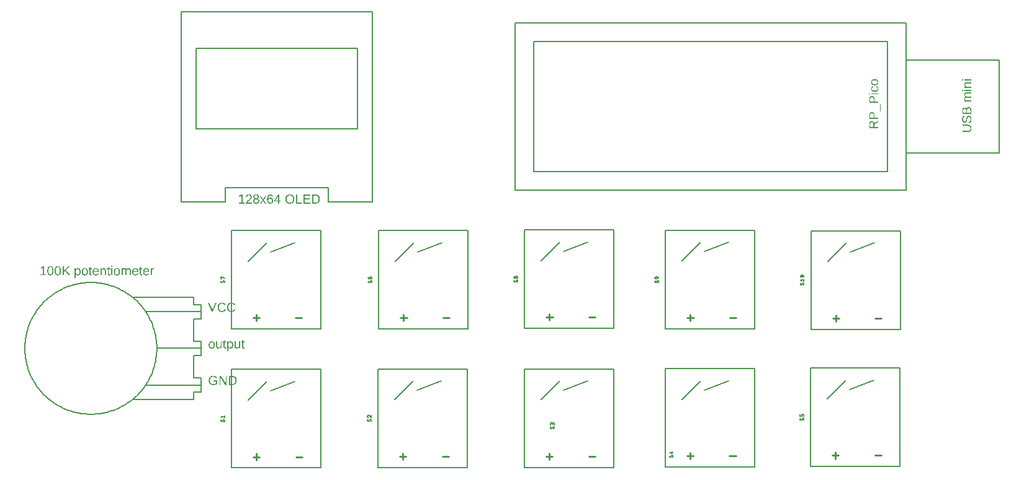
<source format=gbr>
G04 EAGLE Gerber RS-274X export*
G75*
%MOMM*%
%FSLAX34Y34*%
%LPD*%
%INSilkscreen Top*%
%IPPOS*%
%AMOC8*
5,1,8,0,0,1.08239X$1,22.5*%
G01*
G04 Define Apertures*
%ADD10C,0.228600*%
%ADD11C,0.203200*%
%ADD12C,0.127000*%
G36*
X40497Y344831D02*
X40751Y344850D01*
X40996Y344882D01*
X41234Y344927D01*
X41685Y345054D01*
X42104Y345232D01*
X42490Y345461D01*
X42844Y345741D01*
X43165Y346072D01*
X43454Y346454D01*
X43709Y346884D01*
X43931Y347360D01*
X44118Y347881D01*
X44271Y348449D01*
X44391Y349062D01*
X44476Y349720D01*
X44527Y350425D01*
X44544Y351175D01*
X44528Y351937D01*
X44479Y352651D01*
X44398Y353316D01*
X44285Y353934D01*
X44139Y354503D01*
X43960Y355024D01*
X43749Y355497D01*
X43506Y355922D01*
X43229Y356298D01*
X42916Y356623D01*
X42567Y356899D01*
X42183Y357124D01*
X41762Y357299D01*
X41539Y357368D01*
X41306Y357425D01*
X41065Y357468D01*
X40815Y357500D01*
X40556Y357518D01*
X40287Y357525D01*
X40012Y357519D01*
X39746Y357500D01*
X39489Y357469D01*
X39242Y357426D01*
X39004Y357370D01*
X38775Y357302D01*
X38346Y357128D01*
X37955Y356905D01*
X37602Y356633D01*
X37286Y356311D01*
X37007Y355939D01*
X36764Y355518D01*
X36553Y355047D01*
X36375Y354526D01*
X36229Y353956D01*
X36115Y353335D01*
X36034Y352665D01*
X35986Y351945D01*
X35969Y351175D01*
X35986Y350421D01*
X36036Y349713D01*
X36120Y349052D01*
X36237Y348438D01*
X36387Y347870D01*
X36570Y347348D01*
X36788Y346874D01*
X37038Y346445D01*
X37322Y346065D01*
X37638Y345736D01*
X37988Y345458D01*
X38371Y345230D01*
X38788Y345053D01*
X39237Y344926D01*
X39474Y344882D01*
X39719Y344850D01*
X39973Y344831D01*
X40235Y344825D01*
X40497Y344831D01*
G37*
G36*
X50466Y344831D02*
X50719Y344850D01*
X50965Y344882D01*
X51203Y344927D01*
X51654Y345054D01*
X52072Y345232D01*
X52459Y345461D01*
X52812Y345741D01*
X53134Y346072D01*
X53422Y346454D01*
X53678Y346884D01*
X53899Y347360D01*
X54087Y347881D01*
X54240Y348449D01*
X54359Y349062D01*
X54445Y349720D01*
X54496Y350425D01*
X54513Y351175D01*
X54497Y351937D01*
X54448Y352651D01*
X54367Y353316D01*
X54253Y353934D01*
X54107Y354503D01*
X53929Y355024D01*
X53718Y355497D01*
X53475Y355922D01*
X53198Y356298D01*
X52885Y356623D01*
X52536Y356899D01*
X52151Y357124D01*
X51731Y357299D01*
X51508Y357368D01*
X51275Y357425D01*
X51034Y357468D01*
X50784Y357500D01*
X50524Y357518D01*
X50256Y357525D01*
X49981Y357519D01*
X49714Y357500D01*
X49458Y357469D01*
X49210Y357426D01*
X48972Y357370D01*
X48744Y357302D01*
X48315Y357128D01*
X47924Y356905D01*
X47570Y356633D01*
X47254Y356311D01*
X46976Y355939D01*
X46733Y355518D01*
X46522Y355047D01*
X46344Y354526D01*
X46198Y353956D01*
X46084Y353335D01*
X46003Y352665D01*
X45954Y351945D01*
X45938Y351175D01*
X45955Y350421D01*
X46005Y349713D01*
X46088Y349052D01*
X46205Y348438D01*
X46356Y347870D01*
X46539Y347348D01*
X46756Y346874D01*
X47007Y346445D01*
X47290Y346065D01*
X47607Y345736D01*
X47957Y345458D01*
X48340Y345230D01*
X48756Y345053D01*
X49206Y344926D01*
X49443Y344882D01*
X49688Y344850D01*
X49942Y344831D01*
X50204Y344825D01*
X50466Y344831D01*
G37*
G36*
X74929Y344983D02*
X74920Y346064D01*
X74909Y346352D01*
X74894Y346471D01*
X74938Y346471D01*
X75037Y346272D01*
X75148Y346086D01*
X75271Y345912D01*
X75404Y345751D01*
X75549Y345603D01*
X75705Y345468D01*
X75872Y345346D01*
X76050Y345236D01*
X76240Y345140D01*
X76440Y345056D01*
X76652Y344986D01*
X76876Y344928D01*
X77110Y344883D01*
X77356Y344851D01*
X77613Y344831D01*
X77881Y344825D01*
X78303Y344844D01*
X78698Y344902D01*
X79065Y344999D01*
X79406Y345135D01*
X79719Y345309D01*
X80005Y345522D01*
X80264Y345774D01*
X80495Y346064D01*
X80699Y346393D01*
X80876Y346761D01*
X81026Y347168D01*
X81149Y347613D01*
X81244Y348097D01*
X81312Y348620D01*
X81353Y349182D01*
X81366Y349782D01*
X81353Y350390D01*
X81312Y350955D01*
X81245Y351479D01*
X81150Y351961D01*
X81028Y352401D01*
X80879Y352799D01*
X80703Y353155D01*
X80499Y353470D01*
X80269Y353745D01*
X80011Y353983D01*
X79725Y354185D01*
X79411Y354350D01*
X79070Y354478D01*
X78701Y354570D01*
X78305Y354625D01*
X77881Y354643D01*
X77605Y354637D01*
X77343Y354618D01*
X77095Y354586D01*
X76860Y354541D01*
X76639Y354484D01*
X76432Y354414D01*
X76239Y354331D01*
X76059Y354236D01*
X75890Y354127D01*
X75730Y354003D01*
X75435Y353711D01*
X75174Y353361D01*
X74946Y352953D01*
X74911Y352953D01*
X74890Y353566D01*
X74850Y354227D01*
X74824Y354477D01*
X73300Y354477D01*
X73323Y354178D01*
X73339Y353756D01*
X73352Y352541D01*
X73352Y341278D01*
X74929Y341278D01*
X74929Y344983D01*
G37*
G36*
X87567Y344844D02*
X88041Y344901D01*
X88485Y344996D01*
X88898Y345129D01*
X89280Y345300D01*
X89631Y345510D01*
X89951Y345757D01*
X90240Y346042D01*
X90497Y346366D01*
X90719Y346730D01*
X90908Y347134D01*
X91062Y347577D01*
X91181Y348060D01*
X91267Y348583D01*
X91318Y349145D01*
X91335Y349747D01*
X91319Y350355D01*
X91271Y350922D01*
X91191Y351447D01*
X91079Y351931D01*
X90935Y352374D01*
X90759Y352776D01*
X90551Y353137D01*
X90310Y353456D01*
X90036Y353737D01*
X89726Y353979D01*
X89381Y354185D01*
X88999Y354353D01*
X88581Y354484D01*
X88128Y354577D01*
X87639Y354633D01*
X87114Y354652D01*
X86599Y354633D01*
X86118Y354575D01*
X85670Y354479D01*
X85255Y354345D01*
X84874Y354173D01*
X84525Y353962D01*
X84210Y353713D01*
X83928Y353426D01*
X83679Y353100D01*
X83463Y352736D01*
X83281Y352334D01*
X83131Y351893D01*
X83015Y351414D01*
X82932Y350897D01*
X82882Y350341D01*
X82866Y349747D01*
X82882Y349167D01*
X82932Y348622D01*
X83015Y348112D01*
X83131Y347637D01*
X83280Y347198D01*
X83462Y346794D01*
X83677Y346424D01*
X83926Y346090D01*
X84206Y345794D01*
X84519Y345537D01*
X84863Y345319D01*
X85239Y345141D01*
X85647Y345003D01*
X86087Y344904D01*
X86558Y344845D01*
X87061Y344825D01*
X87567Y344844D01*
G37*
G36*
X131410Y344844D02*
X131885Y344901D01*
X132329Y344996D01*
X132742Y345129D01*
X133124Y345300D01*
X133475Y345510D01*
X133795Y345757D01*
X134084Y346042D01*
X134341Y346366D01*
X134563Y346730D01*
X134751Y347134D01*
X134905Y347577D01*
X135025Y348060D01*
X135111Y348583D01*
X135162Y349145D01*
X135179Y349747D01*
X135163Y350355D01*
X135115Y350922D01*
X135035Y351447D01*
X134923Y351931D01*
X134779Y352374D01*
X134603Y352776D01*
X134394Y353137D01*
X134154Y353456D01*
X133880Y353737D01*
X133570Y353979D01*
X133224Y354185D01*
X132843Y354353D01*
X132425Y354484D01*
X131972Y354577D01*
X131482Y354633D01*
X130957Y354652D01*
X130443Y354633D01*
X129962Y354575D01*
X129514Y354479D01*
X129099Y354345D01*
X128717Y354173D01*
X128369Y353962D01*
X128054Y353713D01*
X127771Y353426D01*
X127523Y353100D01*
X127307Y352736D01*
X127124Y352334D01*
X126975Y351893D01*
X126859Y351414D01*
X126776Y350897D01*
X126726Y350341D01*
X126709Y349747D01*
X126726Y349167D01*
X126776Y348622D01*
X126859Y348112D01*
X126974Y347637D01*
X127123Y347198D01*
X127306Y346794D01*
X127521Y346424D01*
X127769Y346090D01*
X128050Y345794D01*
X128363Y345537D01*
X128707Y345319D01*
X129083Y345141D01*
X129491Y345003D01*
X129930Y344904D01*
X130402Y344845D01*
X130905Y344825D01*
X131410Y344844D01*
G37*
G36*
X138736Y350492D02*
X138746Y350832D01*
X138773Y351153D01*
X138819Y351454D01*
X138883Y351735D01*
X138966Y351997D01*
X139067Y352239D01*
X139186Y352461D01*
X139323Y352664D01*
X139477Y352844D01*
X139643Y353001D01*
X139823Y353133D01*
X140015Y353242D01*
X140221Y353326D01*
X140440Y353386D01*
X140672Y353422D01*
X140917Y353434D01*
X141153Y353426D01*
X141370Y353402D01*
X141568Y353361D01*
X141747Y353303D01*
X141907Y353229D01*
X142049Y353139D01*
X142171Y353032D01*
X142275Y352909D01*
X142363Y352764D01*
X142440Y352593D01*
X142504Y352395D01*
X142557Y352171D01*
X142599Y351920D01*
X142628Y351643D01*
X142646Y351339D01*
X142652Y351008D01*
X142652Y345000D01*
X144211Y345000D01*
X144211Y350492D01*
X144220Y350834D01*
X144246Y351156D01*
X144291Y351459D01*
X144354Y351741D01*
X144435Y352003D01*
X144533Y352245D01*
X144650Y352466D01*
X144784Y352668D01*
X144935Y352848D01*
X145100Y353003D01*
X145279Y353135D01*
X145473Y353243D01*
X145681Y353327D01*
X145903Y353387D01*
X146140Y353423D01*
X146391Y353434D01*
X146627Y353426D01*
X146844Y353402D01*
X147042Y353361D01*
X147221Y353303D01*
X147382Y353229D01*
X147523Y353139D01*
X147645Y353032D01*
X147749Y352909D01*
X147837Y352764D01*
X147914Y352593D01*
X147979Y352395D01*
X148031Y352171D01*
X148073Y351920D01*
X148102Y351643D01*
X148120Y351339D01*
X148126Y351008D01*
X148126Y345000D01*
X149685Y345000D01*
X149685Y351315D01*
X149674Y351744D01*
X149644Y352141D01*
X149593Y352508D01*
X149522Y352843D01*
X149430Y353147D01*
X149318Y353420D01*
X149185Y353662D01*
X149032Y353872D01*
X148857Y354055D01*
X148657Y354213D01*
X148433Y354347D01*
X148184Y354457D01*
X147910Y354542D01*
X147612Y354603D01*
X147290Y354640D01*
X146943Y354652D01*
X146700Y354645D01*
X146467Y354626D01*
X146242Y354593D01*
X146027Y354547D01*
X145821Y354488D01*
X145624Y354415D01*
X145436Y354330D01*
X145257Y354232D01*
X145086Y354118D01*
X144922Y353988D01*
X144612Y353678D01*
X144329Y353300D01*
X144070Y352856D01*
X144044Y352856D01*
X143977Y353083D01*
X143898Y353293D01*
X143807Y353488D01*
X143704Y353667D01*
X143589Y353829D01*
X143462Y353976D01*
X143323Y354108D01*
X143173Y354223D01*
X143009Y354323D01*
X142831Y354411D01*
X142640Y354484D01*
X142434Y354545D01*
X142214Y354592D01*
X141980Y354625D01*
X141731Y354645D01*
X141469Y354652D01*
X141237Y354646D01*
X141014Y354627D01*
X140800Y354596D01*
X140595Y354553D01*
X140213Y354430D01*
X139866Y354258D01*
X139704Y354150D01*
X139547Y354022D01*
X139395Y353876D01*
X139247Y353710D01*
X138965Y353322D01*
X138701Y352856D01*
X138675Y352856D01*
X138645Y353798D01*
X138623Y354240D01*
X138605Y354477D01*
X137116Y354477D01*
X137139Y354212D01*
X137156Y353787D01*
X137169Y352454D01*
X137169Y345000D01*
X138736Y345000D01*
X138736Y350492D01*
G37*
G36*
X102481Y344834D02*
X102832Y344860D01*
X103166Y344904D01*
X103484Y344965D01*
X103784Y345044D01*
X104068Y345140D01*
X104335Y345254D01*
X104585Y345385D01*
X104817Y345534D01*
X105034Y345701D01*
X105233Y345885D01*
X105415Y346086D01*
X105580Y346305D01*
X105729Y346542D01*
X105860Y346796D01*
X105975Y347067D01*
X104591Y347461D01*
X104457Y347160D01*
X104273Y346885D01*
X104038Y346638D01*
X103755Y346419D01*
X103594Y346322D01*
X103420Y346239D01*
X103234Y346168D01*
X103035Y346110D01*
X102824Y346065D01*
X102599Y346033D01*
X102362Y346014D01*
X102112Y346007D01*
X101798Y346021D01*
X101503Y346063D01*
X101228Y346132D01*
X100972Y346228D01*
X100735Y346353D01*
X100518Y346505D01*
X100320Y346685D01*
X100142Y346892D01*
X99984Y347125D01*
X99847Y347381D01*
X99731Y347660D01*
X99636Y347963D01*
X99562Y348288D01*
X99510Y348638D01*
X99478Y349010D01*
X99467Y349406D01*
X106229Y349406D01*
X106229Y349616D01*
X106213Y350226D01*
X106164Y350796D01*
X106082Y351327D01*
X105968Y351819D01*
X105821Y352272D01*
X105641Y352685D01*
X105429Y353058D01*
X105184Y353393D01*
X104907Y353688D01*
X104597Y353944D01*
X104254Y354160D01*
X103879Y354337D01*
X103471Y354475D01*
X103030Y354573D01*
X102557Y354632D01*
X102051Y354652D01*
X101556Y354632D01*
X101090Y354574D01*
X100653Y354476D01*
X100246Y354339D01*
X99868Y354163D01*
X99520Y353947D01*
X99201Y353693D01*
X98911Y353399D01*
X98654Y353069D01*
X98430Y352705D01*
X98241Y352306D01*
X98087Y351873D01*
X97967Y351406D01*
X97881Y350905D01*
X97829Y350369D01*
X97812Y349800D01*
X97829Y349201D01*
X97881Y348641D01*
X97967Y348118D01*
X98087Y347634D01*
X98241Y347188D01*
X98430Y346780D01*
X98654Y346409D01*
X98911Y346077D01*
X99202Y345784D01*
X99523Y345529D01*
X99877Y345314D01*
X100261Y345138D01*
X100677Y345001D01*
X101124Y344903D01*
X101603Y344844D01*
X102112Y344825D01*
X102481Y344834D01*
G37*
G36*
X156293Y344834D02*
X156644Y344860D01*
X156979Y344904D01*
X157296Y344965D01*
X157597Y345044D01*
X157880Y345140D01*
X158147Y345254D01*
X158397Y345385D01*
X158630Y345534D01*
X158846Y345701D01*
X159045Y345885D01*
X159227Y346086D01*
X159393Y346305D01*
X159541Y346542D01*
X159673Y346796D01*
X159787Y347067D01*
X158404Y347461D01*
X158269Y347160D01*
X158085Y346885D01*
X157851Y346638D01*
X157567Y346419D01*
X157406Y346322D01*
X157233Y346239D01*
X157047Y346168D01*
X156848Y346110D01*
X156636Y346065D01*
X156412Y346033D01*
X156175Y346014D01*
X155925Y346007D01*
X155611Y346021D01*
X155316Y346063D01*
X155040Y346132D01*
X154784Y346228D01*
X154548Y346353D01*
X154330Y346505D01*
X154133Y346685D01*
X153954Y346892D01*
X153796Y347125D01*
X153659Y347381D01*
X153543Y347660D01*
X153448Y347963D01*
X153375Y348288D01*
X153322Y348638D01*
X153290Y349010D01*
X153280Y349406D01*
X160041Y349406D01*
X160041Y349616D01*
X160025Y350226D01*
X159976Y350796D01*
X159895Y351327D01*
X159780Y351819D01*
X159633Y352272D01*
X159454Y352685D01*
X159242Y353058D01*
X158997Y353393D01*
X158720Y353688D01*
X158409Y353944D01*
X158067Y354160D01*
X157691Y354337D01*
X157283Y354475D01*
X156843Y354573D01*
X156370Y354632D01*
X155864Y354652D01*
X155368Y354632D01*
X154902Y354574D01*
X154465Y354476D01*
X154058Y354339D01*
X153680Y354163D01*
X153332Y353947D01*
X153013Y353693D01*
X152724Y353399D01*
X152466Y353069D01*
X152243Y352705D01*
X152054Y352306D01*
X151899Y351873D01*
X151779Y351406D01*
X151693Y350905D01*
X151642Y350369D01*
X151624Y349800D01*
X151642Y349201D01*
X151693Y348641D01*
X151779Y348118D01*
X151899Y347634D01*
X152054Y347188D01*
X152243Y346780D01*
X152466Y346409D01*
X152724Y346077D01*
X153014Y345784D01*
X153336Y345529D01*
X153689Y345314D01*
X154074Y345138D01*
X154489Y345001D01*
X154937Y344903D01*
X155415Y344844D01*
X155925Y344825D01*
X156293Y344834D01*
G37*
G36*
X171231Y344834D02*
X171582Y344860D01*
X171916Y344904D01*
X172234Y344965D01*
X172534Y345044D01*
X172818Y345140D01*
X173085Y345254D01*
X173335Y345385D01*
X173567Y345534D01*
X173784Y345701D01*
X173983Y345885D01*
X174165Y346086D01*
X174330Y346305D01*
X174479Y346542D01*
X174610Y346796D01*
X174725Y347067D01*
X173341Y347461D01*
X173207Y347160D01*
X173023Y346885D01*
X172788Y346638D01*
X172505Y346419D01*
X172344Y346322D01*
X172170Y346239D01*
X171984Y346168D01*
X171785Y346110D01*
X171574Y346065D01*
X171349Y346033D01*
X171112Y346014D01*
X170862Y346007D01*
X170548Y346021D01*
X170253Y346063D01*
X169978Y346132D01*
X169722Y346228D01*
X169485Y346353D01*
X169268Y346505D01*
X169070Y346685D01*
X168892Y346892D01*
X168734Y347125D01*
X168597Y347381D01*
X168481Y347660D01*
X168386Y347963D01*
X168312Y348288D01*
X168260Y348638D01*
X168228Y349010D01*
X168217Y349406D01*
X174979Y349406D01*
X174979Y349616D01*
X174963Y350226D01*
X174914Y350796D01*
X174832Y351327D01*
X174718Y351819D01*
X174571Y352272D01*
X174391Y352685D01*
X174179Y353058D01*
X173934Y353393D01*
X173657Y353688D01*
X173347Y353944D01*
X173004Y354160D01*
X172629Y354337D01*
X172221Y354475D01*
X171780Y354573D01*
X171307Y354632D01*
X170801Y354652D01*
X170306Y354632D01*
X169840Y354574D01*
X169403Y354476D01*
X168996Y354339D01*
X168618Y354163D01*
X168270Y353947D01*
X167951Y353693D01*
X167661Y353399D01*
X167404Y353069D01*
X167180Y352705D01*
X166991Y352306D01*
X166837Y351873D01*
X166717Y351406D01*
X166631Y350905D01*
X166579Y350369D01*
X166562Y349800D01*
X166579Y349201D01*
X166631Y348641D01*
X166717Y348118D01*
X166837Y347634D01*
X166991Y347188D01*
X167180Y346780D01*
X167404Y346409D01*
X167661Y346077D01*
X167952Y345784D01*
X168273Y345529D01*
X168627Y345314D01*
X169011Y345138D01*
X169427Y345001D01*
X169874Y344903D01*
X170353Y344844D01*
X170862Y344825D01*
X171231Y344834D01*
G37*
G36*
X58351Y349730D02*
X59962Y350956D01*
X64893Y345000D01*
X66969Y345000D01*
X61013Y351981D01*
X66268Y357341D01*
X64298Y357341D01*
X58351Y351157D01*
X58351Y357341D01*
X56678Y357341D01*
X56678Y345000D01*
X58351Y345000D01*
X58351Y349730D01*
G37*
%LPC*%
G36*
X39914Y346131D02*
X39599Y346188D01*
X39308Y346284D01*
X39040Y346417D01*
X38797Y346588D01*
X38576Y346797D01*
X38380Y347044D01*
X38207Y347330D01*
X38056Y347656D01*
X37926Y348027D01*
X37815Y348441D01*
X37724Y348900D01*
X37654Y349402D01*
X37604Y349949D01*
X37574Y350540D01*
X37563Y351175D01*
X37573Y351828D01*
X37603Y352433D01*
X37653Y352990D01*
X37722Y353500D01*
X37812Y353962D01*
X37921Y354377D01*
X38050Y354744D01*
X38198Y355064D01*
X38370Y355341D01*
X38567Y355581D01*
X38790Y355784D01*
X39038Y355950D01*
X39312Y356080D01*
X39612Y356172D01*
X39937Y356227D01*
X40287Y356246D01*
X40630Y356227D01*
X40947Y356171D01*
X41239Y356077D01*
X41506Y355946D01*
X41748Y355777D01*
X41965Y355571D01*
X42157Y355327D01*
X42324Y355046D01*
X42468Y354723D01*
X42594Y354354D01*
X42700Y353939D01*
X42787Y353478D01*
X42854Y352971D01*
X42903Y352418D01*
X42932Y351820D01*
X42941Y351175D01*
X42931Y350552D01*
X42901Y349970D01*
X42850Y349431D01*
X42779Y348933D01*
X42688Y348476D01*
X42577Y348061D01*
X42445Y347688D01*
X42293Y347356D01*
X42119Y347065D01*
X41923Y346812D01*
X41702Y346598D01*
X41459Y346423D01*
X41192Y346287D01*
X40902Y346190D01*
X40589Y346132D01*
X40252Y346112D01*
X39914Y346131D01*
G37*
G36*
X49883Y346131D02*
X49568Y346188D01*
X49277Y346284D01*
X49009Y346417D01*
X48765Y346588D01*
X48545Y346797D01*
X48349Y347044D01*
X48176Y347330D01*
X48025Y347656D01*
X47894Y348027D01*
X47784Y348441D01*
X47693Y348900D01*
X47623Y349402D01*
X47572Y349949D01*
X47542Y350540D01*
X47532Y351175D01*
X47542Y351828D01*
X47572Y352433D01*
X47622Y352990D01*
X47691Y353500D01*
X47780Y353962D01*
X47889Y354377D01*
X48018Y354744D01*
X48167Y355064D01*
X48339Y355341D01*
X48536Y355581D01*
X48759Y355784D01*
X49007Y355950D01*
X49281Y356080D01*
X49580Y356172D01*
X49905Y356227D01*
X50256Y356246D01*
X50598Y356227D01*
X50916Y356171D01*
X51208Y356077D01*
X51475Y355946D01*
X51717Y355777D01*
X51934Y355571D01*
X52126Y355327D01*
X52293Y355046D01*
X52437Y354723D01*
X52563Y354354D01*
X52669Y353939D01*
X52756Y353478D01*
X52823Y352971D01*
X52871Y352418D01*
X52900Y351820D01*
X52910Y351175D01*
X52900Y350552D01*
X52869Y349970D01*
X52819Y349431D01*
X52748Y348933D01*
X52657Y348476D01*
X52545Y348061D01*
X52414Y347688D01*
X52262Y347356D01*
X52088Y347065D01*
X51891Y346812D01*
X51671Y346598D01*
X51428Y346423D01*
X51161Y346287D01*
X50871Y346190D01*
X50558Y346132D01*
X50221Y346112D01*
X49883Y346131D01*
G37*
%LPD*%
G36*
X109839Y350492D02*
X109849Y350828D01*
X109880Y351146D01*
X109931Y351445D01*
X110003Y351724D01*
X110096Y351985D01*
X110209Y352227D01*
X110342Y352451D01*
X110496Y352655D01*
X110668Y352838D01*
X110854Y352996D01*
X111056Y353130D01*
X111273Y353240D01*
X111505Y353325D01*
X111752Y353386D01*
X112014Y353422D01*
X112291Y353434D01*
X112658Y353420D01*
X112977Y353378D01*
X113249Y353306D01*
X113474Y353207D01*
X113662Y353075D01*
X113822Y352907D01*
X113955Y352703D01*
X114061Y352462D01*
X114141Y352178D01*
X114199Y351840D01*
X114233Y351451D01*
X114245Y351008D01*
X114245Y345000D01*
X115830Y345000D01*
X115830Y351315D01*
X115819Y351746D01*
X115785Y352145D01*
X115728Y352513D01*
X115649Y352849D01*
X115548Y353153D01*
X115423Y353426D01*
X115277Y353667D01*
X115107Y353877D01*
X114914Y354058D01*
X114694Y354216D01*
X114448Y354349D01*
X114176Y354458D01*
X113877Y354543D01*
X113553Y354603D01*
X113202Y354640D01*
X112826Y354652D01*
X112566Y354646D01*
X112317Y354626D01*
X112079Y354595D01*
X111852Y354550D01*
X111636Y354493D01*
X111431Y354423D01*
X111236Y354340D01*
X111052Y354245D01*
X110876Y354134D01*
X110706Y354005D01*
X110541Y353859D01*
X110381Y353694D01*
X110077Y353311D01*
X109795Y352856D01*
X109769Y352856D01*
X109738Y353798D01*
X109716Y354240D01*
X109699Y354477D01*
X108210Y354477D01*
X108233Y354212D01*
X108249Y353787D01*
X108262Y352454D01*
X108262Y345000D01*
X109839Y345000D01*
X109839Y350492D01*
G37*
%LPC*%
G36*
X86728Y346004D02*
X86435Y346049D01*
X86163Y346122D01*
X85913Y346225D01*
X85684Y346358D01*
X85478Y346519D01*
X85293Y346711D01*
X85130Y346931D01*
X84987Y347181D01*
X84864Y347460D01*
X84759Y347769D01*
X84673Y348106D01*
X84607Y348473D01*
X84559Y348868D01*
X84531Y349293D01*
X84521Y349747D01*
X84531Y350213D01*
X84560Y350647D01*
X84608Y351049D01*
X84675Y351419D01*
X84762Y351757D01*
X84868Y352063D01*
X84994Y352338D01*
X85139Y352581D01*
X85305Y352793D01*
X85495Y352977D01*
X85709Y353133D01*
X85948Y353260D01*
X86210Y353360D01*
X86496Y353430D01*
X86806Y353473D01*
X87140Y353487D01*
X87471Y353473D01*
X87778Y353431D01*
X88060Y353362D01*
X88317Y353265D01*
X88549Y353140D01*
X88757Y352987D01*
X88939Y352806D01*
X89097Y352598D01*
X89234Y352359D01*
X89352Y352086D01*
X89452Y351780D01*
X89534Y351441D01*
X89598Y351068D01*
X89643Y350661D01*
X89671Y350221D01*
X89680Y349747D01*
X89670Y349279D01*
X89642Y348843D01*
X89594Y348440D01*
X89528Y348068D01*
X89442Y347728D01*
X89337Y347420D01*
X89214Y347144D01*
X89071Y346901D01*
X88906Y346687D01*
X88716Y346502D01*
X88501Y346346D01*
X88260Y346217D01*
X87994Y346118D01*
X87702Y346047D01*
X87386Y346004D01*
X87044Y345990D01*
X86728Y346004D01*
G37*
G36*
X130572Y346004D02*
X130278Y346049D01*
X130006Y346122D01*
X129756Y346225D01*
X129528Y346358D01*
X129321Y346519D01*
X129137Y346711D01*
X128974Y346931D01*
X128831Y347181D01*
X128707Y347460D01*
X128603Y347769D01*
X128517Y348106D01*
X128450Y348473D01*
X128403Y348868D01*
X128374Y349293D01*
X128365Y349747D01*
X128374Y350213D01*
X128403Y350647D01*
X128452Y351049D01*
X128519Y351419D01*
X128606Y351757D01*
X128712Y352063D01*
X128838Y352338D01*
X128982Y352581D01*
X129149Y352793D01*
X129339Y352977D01*
X129553Y353133D01*
X129791Y353260D01*
X130054Y353360D01*
X130340Y353430D01*
X130650Y353473D01*
X130984Y353487D01*
X131315Y353473D01*
X131622Y353431D01*
X131904Y353362D01*
X132161Y353265D01*
X132393Y353140D01*
X132600Y352987D01*
X132783Y352806D01*
X132941Y352598D01*
X133078Y352359D01*
X133196Y352086D01*
X133296Y351780D01*
X133378Y351441D01*
X133442Y351068D01*
X133487Y350661D01*
X133515Y350221D01*
X133524Y349747D01*
X133514Y349279D01*
X133486Y348843D01*
X133438Y348440D01*
X133371Y348068D01*
X133286Y347728D01*
X133181Y347420D01*
X133058Y347144D01*
X132915Y346901D01*
X132750Y346687D01*
X132560Y346502D01*
X132344Y346346D01*
X132104Y346217D01*
X131838Y346118D01*
X131546Y346047D01*
X131229Y346004D01*
X130887Y345990D01*
X130572Y346004D01*
G37*
%LPD*%
G36*
X34400Y346340D02*
X31396Y346340D01*
X31396Y357341D01*
X29942Y357341D01*
X27025Y355335D01*
X27025Y353846D01*
X29811Y355834D01*
X29811Y346340D01*
X26666Y346340D01*
X26666Y345000D01*
X34400Y345000D01*
X34400Y346340D01*
G37*
%LPC*%
G36*
X77137Y346004D02*
X76837Y346045D01*
X76560Y346114D01*
X76306Y346211D01*
X76076Y346335D01*
X75869Y346487D01*
X75685Y346667D01*
X75525Y346874D01*
X75385Y347111D01*
X75264Y347378D01*
X75162Y347676D01*
X75078Y348004D01*
X75013Y348363D01*
X74966Y348753D01*
X74938Y349173D01*
X74929Y349625D01*
X74946Y350263D01*
X74998Y350839D01*
X75084Y351351D01*
X75205Y351801D01*
X75359Y352192D01*
X75544Y352527D01*
X75762Y352807D01*
X76011Y353032D01*
X76149Y353124D01*
X76301Y353204D01*
X76465Y353272D01*
X76642Y353327D01*
X76832Y353370D01*
X77035Y353401D01*
X77250Y353420D01*
X77478Y353426D01*
X77759Y353412D01*
X78021Y353373D01*
X78263Y353306D01*
X78485Y353213D01*
X78687Y353094D01*
X78870Y352948D01*
X79033Y352775D01*
X79177Y352576D01*
X79302Y352346D01*
X79411Y352081D01*
X79502Y351780D01*
X79578Y351444D01*
X79636Y351073D01*
X79678Y350666D01*
X79703Y350224D01*
X79711Y349747D01*
X79703Y349257D01*
X79677Y348804D01*
X79635Y348388D01*
X79576Y348007D01*
X79501Y347664D01*
X79408Y347357D01*
X79299Y347086D01*
X79172Y346852D01*
X79028Y346650D01*
X78863Y346475D01*
X78679Y346327D01*
X78475Y346205D01*
X78251Y346111D01*
X78007Y346044D01*
X77744Y346003D01*
X77460Y345990D01*
X77137Y346004D01*
G37*
%LPD*%
G36*
X95745Y344873D02*
X96145Y344912D01*
X96542Y344978D01*
X96933Y345070D01*
X96933Y346235D01*
X96408Y346143D01*
X96023Y346112D01*
X95767Y346130D01*
X95553Y346181D01*
X95380Y346268D01*
X95247Y346388D01*
X95150Y346552D01*
X95080Y346766D01*
X95038Y347031D01*
X95024Y347347D01*
X95024Y353329D01*
X96776Y353329D01*
X96776Y354477D01*
X95024Y354477D01*
X95024Y356596D01*
X93973Y356596D01*
X93509Y354477D01*
X92353Y354477D01*
X92353Y353329D01*
X93448Y353329D01*
X93448Y347006D01*
X93455Y346746D01*
X93477Y346503D01*
X93514Y346276D01*
X93566Y346067D01*
X93632Y345874D01*
X93714Y345698D01*
X93810Y345539D01*
X93921Y345396D01*
X94046Y345271D01*
X94187Y345162D01*
X94342Y345069D01*
X94512Y344994D01*
X94696Y344935D01*
X94896Y344893D01*
X95110Y344868D01*
X95339Y344860D01*
X95745Y344873D01*
G37*
G36*
X120651Y344873D02*
X121051Y344912D01*
X121448Y344978D01*
X121840Y345070D01*
X121840Y346235D01*
X121314Y346143D01*
X120929Y346112D01*
X120673Y346130D01*
X120459Y346181D01*
X120286Y346268D01*
X120154Y346388D01*
X120056Y346552D01*
X119986Y346766D01*
X119944Y347031D01*
X119930Y347347D01*
X119930Y353329D01*
X121682Y353329D01*
X121682Y354477D01*
X119930Y354477D01*
X119930Y356596D01*
X118879Y356596D01*
X118415Y354477D01*
X117259Y354477D01*
X117259Y353329D01*
X118354Y353329D01*
X118354Y347006D01*
X118361Y346746D01*
X118383Y346503D01*
X118420Y346276D01*
X118472Y346067D01*
X118539Y345874D01*
X118620Y345698D01*
X118716Y345539D01*
X118827Y345396D01*
X118952Y345271D01*
X119093Y345162D01*
X119248Y345069D01*
X119418Y344994D01*
X119603Y344935D01*
X119802Y344893D01*
X120017Y344868D01*
X120246Y344860D01*
X120651Y344873D01*
G37*
G36*
X164495Y344873D02*
X164895Y344912D01*
X165292Y344978D01*
X165683Y345070D01*
X165683Y346235D01*
X165158Y346143D01*
X164773Y346112D01*
X164517Y346130D01*
X164303Y346181D01*
X164130Y346268D01*
X163997Y346388D01*
X163900Y346552D01*
X163830Y346766D01*
X163788Y347031D01*
X163774Y347347D01*
X163774Y353329D01*
X165526Y353329D01*
X165526Y354477D01*
X163774Y354477D01*
X163774Y356596D01*
X162723Y356596D01*
X162259Y354477D01*
X161103Y354477D01*
X161103Y353329D01*
X162198Y353329D01*
X162198Y347006D01*
X162205Y346746D01*
X162227Y346503D01*
X162264Y346276D01*
X162316Y346067D01*
X162382Y345874D01*
X162464Y345698D01*
X162560Y345539D01*
X162671Y345396D01*
X162796Y345271D01*
X162937Y345162D01*
X163092Y345069D01*
X163262Y344994D01*
X163446Y344935D01*
X163646Y344893D01*
X163860Y344868D01*
X164089Y344860D01*
X164495Y344873D01*
G37*
G36*
X178589Y349940D02*
X178597Y350323D01*
X178621Y350682D01*
X178662Y351019D01*
X178718Y351334D01*
X178791Y351625D01*
X178880Y351893D01*
X178985Y352139D01*
X179106Y352362D01*
X179242Y352560D01*
X179393Y352731D01*
X179559Y352877D01*
X179739Y352995D01*
X179933Y353088D01*
X180142Y353154D01*
X180365Y353194D01*
X180603Y353207D01*
X181076Y353185D01*
X181273Y353157D01*
X181444Y353119D01*
X181444Y354564D01*
X181122Y354630D01*
X180805Y354652D01*
X180588Y354645D01*
X180383Y354624D01*
X180192Y354589D01*
X180012Y354540D01*
X179846Y354477D01*
X179691Y354401D01*
X179550Y354310D01*
X179421Y354205D01*
X179300Y354082D01*
X179183Y353934D01*
X178959Y353566D01*
X178749Y353102D01*
X178554Y352541D01*
X178519Y352541D01*
X178449Y354477D01*
X176960Y354477D01*
X176999Y353321D01*
X177012Y352270D01*
X177012Y345000D01*
X178589Y345000D01*
X178589Y349940D01*
G37*
G36*
X124733Y354477D02*
X123156Y354477D01*
X123156Y345000D01*
X124733Y345000D01*
X124733Y354477D01*
G37*
%LPC*%
G36*
X99485Y350614D02*
X99508Y350940D01*
X99550Y351248D01*
X99611Y351539D01*
X99692Y351811D01*
X99792Y352065D01*
X99911Y352302D01*
X100050Y352520D01*
X100207Y352721D01*
X100382Y352900D01*
X100572Y353056D01*
X100777Y353188D01*
X100997Y353295D01*
X101231Y353379D01*
X101481Y353439D01*
X101745Y353475D01*
X102025Y353487D01*
X102312Y353476D01*
X102582Y353444D01*
X102834Y353390D01*
X103069Y353315D01*
X103287Y353218D01*
X103488Y353100D01*
X103672Y352961D01*
X103838Y352799D01*
X103988Y352615D01*
X104122Y352405D01*
X104241Y352170D01*
X104344Y351909D01*
X104431Y351624D01*
X104503Y351312D01*
X104559Y350976D01*
X104600Y350614D01*
X99485Y350614D01*
G37*
G36*
X153297Y350614D02*
X153320Y350940D01*
X153362Y351248D01*
X153424Y351539D01*
X153504Y351811D01*
X153604Y352065D01*
X153724Y352302D01*
X153862Y352520D01*
X154020Y352721D01*
X154195Y352900D01*
X154385Y353056D01*
X154590Y353188D01*
X154809Y353295D01*
X155044Y353379D01*
X155294Y353439D01*
X155558Y353475D01*
X155837Y353487D01*
X156124Y353476D01*
X156394Y353444D01*
X156647Y353390D01*
X156882Y353315D01*
X157100Y353218D01*
X157301Y353100D01*
X157484Y352961D01*
X157650Y352799D01*
X157800Y352615D01*
X157934Y352405D01*
X158053Y352170D01*
X158156Y351909D01*
X158244Y351624D01*
X158315Y351312D01*
X158372Y350976D01*
X158412Y350614D01*
X153297Y350614D01*
G37*
G36*
X168235Y350614D02*
X168258Y350940D01*
X168300Y351248D01*
X168361Y351539D01*
X168442Y351811D01*
X168542Y352065D01*
X168661Y352302D01*
X168800Y352520D01*
X168957Y352721D01*
X169132Y352900D01*
X169322Y353056D01*
X169527Y353188D01*
X169747Y353295D01*
X169981Y353379D01*
X170231Y353439D01*
X170495Y353475D01*
X170775Y353487D01*
X171062Y353476D01*
X171332Y353444D01*
X171584Y353390D01*
X171819Y353315D01*
X172037Y353218D01*
X172238Y353100D01*
X172422Y352961D01*
X172588Y352799D01*
X172738Y352615D01*
X172872Y352405D01*
X172991Y352170D01*
X173094Y351909D01*
X173181Y351624D01*
X173253Y351312D01*
X173309Y350976D01*
X173350Y350614D01*
X168235Y350614D01*
G37*
%LPD*%
G36*
X124733Y357998D02*
X123156Y357998D01*
X123156Y356491D01*
X124733Y356491D01*
X124733Y357998D01*
G37*
G36*
X274645Y294838D02*
X275080Y294877D01*
X275501Y294942D01*
X275908Y295033D01*
X276301Y295150D01*
X276681Y295293D01*
X277046Y295462D01*
X277398Y295657D01*
X277733Y295877D01*
X278049Y296121D01*
X278346Y296388D01*
X278623Y296679D01*
X278881Y296995D01*
X279120Y297334D01*
X279339Y297696D01*
X279539Y298083D01*
X278173Y298766D01*
X278005Y298455D01*
X277827Y298165D01*
X277638Y297894D01*
X277440Y297643D01*
X277232Y297413D01*
X277013Y297202D01*
X276785Y297012D01*
X276546Y296841D01*
X276298Y296691D01*
X276039Y296561D01*
X275770Y296451D01*
X275491Y296360D01*
X275203Y296290D01*
X274904Y296240D01*
X274595Y296210D01*
X274276Y296200D01*
X273783Y296221D01*
X273316Y296286D01*
X272876Y296394D01*
X272461Y296545D01*
X272073Y296739D01*
X271711Y296976D01*
X271375Y297256D01*
X271066Y297579D01*
X270787Y297938D01*
X270546Y298325D01*
X270342Y298739D01*
X270175Y299181D01*
X270046Y299651D01*
X269953Y300149D01*
X269897Y300674D01*
X269879Y301227D01*
X269897Y301786D01*
X269950Y302314D01*
X270039Y302811D01*
X270163Y303278D01*
X270324Y303714D01*
X270519Y304120D01*
X270751Y304495D01*
X271017Y304840D01*
X271316Y305149D01*
X271644Y305417D01*
X271999Y305643D01*
X272384Y305829D01*
X272796Y305973D01*
X273238Y306076D01*
X273707Y306138D01*
X274206Y306158D01*
X274526Y306149D01*
X274836Y306123D01*
X275134Y306078D01*
X275422Y306016D01*
X275698Y305936D01*
X275964Y305838D01*
X276218Y305723D01*
X276461Y305589D01*
X276690Y305439D01*
X276903Y305273D01*
X277100Y305091D01*
X277281Y304893D01*
X277445Y304679D01*
X277593Y304449D01*
X277725Y304204D01*
X277840Y303942D01*
X279426Y304468D01*
X279259Y304835D01*
X279071Y305179D01*
X278861Y305500D01*
X278629Y305797D01*
X278375Y306071D01*
X278099Y306322D01*
X277801Y306550D01*
X277481Y306754D01*
X277140Y306935D01*
X276779Y307091D01*
X276398Y307224D01*
X275997Y307332D01*
X275575Y307416D01*
X275133Y307477D01*
X274671Y307513D01*
X274188Y307525D01*
X273840Y307518D01*
X273502Y307499D01*
X273174Y307466D01*
X272855Y307420D01*
X272545Y307361D01*
X272245Y307289D01*
X271955Y307205D01*
X271674Y307106D01*
X271403Y306995D01*
X271142Y306871D01*
X270890Y306734D01*
X270647Y306584D01*
X270191Y306244D01*
X269774Y305852D01*
X269400Y305414D01*
X269076Y304935D01*
X268802Y304417D01*
X268684Y304143D01*
X268578Y303859D01*
X268485Y303565D01*
X268404Y303261D01*
X268335Y302947D01*
X268279Y302623D01*
X268236Y302289D01*
X268205Y301945D01*
X268186Y301591D01*
X268180Y301227D01*
X268191Y300743D01*
X268224Y300275D01*
X268280Y299824D01*
X268358Y299389D01*
X268458Y298971D01*
X268581Y298569D01*
X268726Y298184D01*
X268893Y297816D01*
X269082Y297466D01*
X269291Y297137D01*
X269520Y296829D01*
X269769Y296542D01*
X270039Y296275D01*
X270329Y296029D01*
X270639Y295804D01*
X270969Y295600D01*
X271318Y295418D01*
X271682Y295261D01*
X272062Y295128D01*
X272457Y295019D01*
X272868Y294934D01*
X273295Y294873D01*
X273738Y294837D01*
X274197Y294825D01*
X274645Y294838D01*
G37*
G36*
X287614Y294838D02*
X288049Y294877D01*
X288470Y294942D01*
X288877Y295033D01*
X289270Y295150D01*
X289649Y295293D01*
X290015Y295462D01*
X290367Y295657D01*
X290702Y295877D01*
X291018Y296121D01*
X291315Y296388D01*
X291592Y296679D01*
X291850Y296995D01*
X292089Y297334D01*
X292308Y297696D01*
X292508Y298083D01*
X291142Y298766D01*
X290974Y298455D01*
X290796Y298165D01*
X290607Y297894D01*
X290409Y297643D01*
X290201Y297413D01*
X289982Y297202D01*
X289754Y297012D01*
X289515Y296841D01*
X289266Y296691D01*
X289008Y296561D01*
X288739Y296451D01*
X288460Y296360D01*
X288171Y296290D01*
X287872Y296240D01*
X287563Y296210D01*
X287244Y296200D01*
X286752Y296221D01*
X286285Y296286D01*
X285845Y296394D01*
X285430Y296545D01*
X285042Y296739D01*
X284680Y296976D01*
X284344Y297256D01*
X284034Y297579D01*
X283756Y297938D01*
X283515Y298325D01*
X283311Y298739D01*
X283144Y299181D01*
X283014Y299651D01*
X282922Y300149D01*
X282866Y300674D01*
X282848Y301227D01*
X282865Y301786D01*
X282919Y302314D01*
X283008Y302811D01*
X283132Y303278D01*
X283292Y303714D01*
X283488Y304120D01*
X283719Y304495D01*
X283986Y304840D01*
X284285Y305149D01*
X284612Y305417D01*
X284968Y305643D01*
X285352Y305829D01*
X285765Y305973D01*
X286206Y306076D01*
X286676Y306138D01*
X287174Y306158D01*
X287495Y306149D01*
X287805Y306123D01*
X288103Y306078D01*
X288391Y306016D01*
X288667Y305936D01*
X288932Y305838D01*
X289186Y305723D01*
X289430Y305589D01*
X289659Y305439D01*
X289872Y305273D01*
X290069Y305091D01*
X290250Y304893D01*
X290414Y304679D01*
X290562Y304449D01*
X290694Y304204D01*
X290809Y303942D01*
X292394Y304468D01*
X292228Y304835D01*
X292040Y305179D01*
X291829Y305500D01*
X291597Y305797D01*
X291343Y306071D01*
X291067Y306322D01*
X290770Y306550D01*
X290450Y306754D01*
X290109Y306935D01*
X289748Y307091D01*
X289367Y307224D01*
X288965Y307332D01*
X288544Y307416D01*
X288102Y307477D01*
X287639Y307513D01*
X287157Y307525D01*
X286809Y307518D01*
X286471Y307499D01*
X286142Y307466D01*
X285823Y307420D01*
X285514Y307361D01*
X285214Y307289D01*
X284924Y307205D01*
X284643Y307106D01*
X284372Y306995D01*
X284110Y306871D01*
X283858Y306734D01*
X283616Y306584D01*
X283160Y306244D01*
X282742Y305852D01*
X282369Y305414D01*
X282045Y304935D01*
X281771Y304417D01*
X281653Y304143D01*
X281547Y303859D01*
X281454Y303565D01*
X281373Y303261D01*
X281304Y302947D01*
X281248Y302623D01*
X281204Y302289D01*
X281173Y301945D01*
X281155Y301591D01*
X281148Y301227D01*
X281160Y300743D01*
X281193Y300275D01*
X281249Y299824D01*
X281327Y299389D01*
X281427Y298971D01*
X281550Y298569D01*
X281695Y298184D01*
X281862Y297816D01*
X282051Y297466D01*
X282260Y297137D01*
X282489Y296829D01*
X282738Y296542D01*
X283008Y296275D01*
X283298Y296029D01*
X283608Y295804D01*
X283938Y295600D01*
X284286Y295418D01*
X284650Y295261D01*
X285030Y295128D01*
X285426Y295019D01*
X285837Y294934D01*
X286264Y294873D01*
X286707Y294837D01*
X287166Y294825D01*
X287614Y294838D01*
G37*
G36*
X267185Y307341D02*
X265425Y307341D01*
X262027Y298652D01*
X261291Y296471D01*
X260555Y298652D01*
X257139Y307341D01*
X255379Y307341D01*
X260415Y295000D01*
X262149Y295000D01*
X267185Y307341D01*
G37*
G36*
X282991Y244983D02*
X282983Y246064D01*
X282972Y246352D01*
X282956Y246471D01*
X283000Y246471D01*
X283100Y246272D01*
X283211Y246086D01*
X283333Y245912D01*
X283467Y245751D01*
X283611Y245603D01*
X283767Y245468D01*
X283934Y245346D01*
X284113Y245236D01*
X284302Y245140D01*
X284503Y245056D01*
X284715Y244986D01*
X284938Y244928D01*
X285172Y244883D01*
X285418Y244851D01*
X285675Y244831D01*
X285943Y244825D01*
X286365Y244844D01*
X286760Y244902D01*
X287128Y244999D01*
X287468Y245135D01*
X287781Y245309D01*
X288067Y245522D01*
X288326Y245774D01*
X288558Y246064D01*
X288762Y246393D01*
X288939Y246761D01*
X289089Y247168D01*
X289211Y247613D01*
X289306Y248097D01*
X289375Y248620D01*
X289415Y249182D01*
X289429Y249782D01*
X289415Y250390D01*
X289375Y250955D01*
X289307Y251479D01*
X289212Y251961D01*
X289090Y252401D01*
X288941Y252799D01*
X288765Y253155D01*
X288562Y253470D01*
X288331Y253745D01*
X288073Y253983D01*
X287787Y254185D01*
X287474Y254350D01*
X287132Y254478D01*
X286764Y254570D01*
X286367Y254625D01*
X285943Y254643D01*
X285667Y254637D01*
X285406Y254618D01*
X285157Y254586D01*
X284923Y254541D01*
X284702Y254484D01*
X284495Y254414D01*
X284301Y254331D01*
X284121Y254236D01*
X283953Y254127D01*
X283792Y254003D01*
X283497Y253711D01*
X283236Y253361D01*
X283009Y252953D01*
X282974Y252953D01*
X282952Y253566D01*
X282913Y254227D01*
X282886Y254477D01*
X281362Y254477D01*
X281385Y254178D01*
X281402Y253756D01*
X281415Y252541D01*
X281415Y241278D01*
X282991Y241278D01*
X282991Y244983D01*
G37*
G36*
X260754Y244844D02*
X261229Y244901D01*
X261673Y244996D01*
X262086Y245129D01*
X262468Y245300D01*
X262819Y245510D01*
X263139Y245757D01*
X263428Y246042D01*
X263685Y246366D01*
X263907Y246730D01*
X264095Y247134D01*
X264249Y247577D01*
X264369Y248060D01*
X264454Y248583D01*
X264506Y249145D01*
X264523Y249747D01*
X264507Y250355D01*
X264459Y250922D01*
X264379Y251447D01*
X264267Y251931D01*
X264122Y252374D01*
X263946Y252776D01*
X263738Y253137D01*
X263498Y253456D01*
X263224Y253737D01*
X262914Y253979D01*
X262568Y254185D01*
X262186Y254353D01*
X261769Y254484D01*
X261315Y254577D01*
X260826Y254633D01*
X260301Y254652D01*
X259787Y254633D01*
X259306Y254575D01*
X258858Y254479D01*
X258443Y254345D01*
X258061Y254173D01*
X257713Y253962D01*
X257397Y253713D01*
X257115Y253426D01*
X256866Y253100D01*
X256651Y252736D01*
X256468Y252334D01*
X256319Y251893D01*
X256203Y251414D01*
X256120Y250897D01*
X256070Y250341D01*
X256053Y249747D01*
X256070Y249167D01*
X256119Y248622D01*
X256202Y248112D01*
X256318Y247637D01*
X256467Y247198D01*
X256649Y246794D01*
X256865Y246424D01*
X257113Y246090D01*
X257394Y245794D01*
X257706Y245537D01*
X258051Y245319D01*
X258427Y245141D01*
X258835Y245003D01*
X259274Y244904D01*
X259746Y244845D01*
X260249Y244825D01*
X260754Y244844D01*
G37*
G36*
X269697Y244831D02*
X269946Y244850D01*
X270184Y244882D01*
X270411Y244927D01*
X270627Y244984D01*
X270833Y245054D01*
X271028Y245137D01*
X271211Y245232D01*
X271387Y245343D01*
X271558Y245472D01*
X271723Y245618D01*
X271883Y245783D01*
X272186Y246166D01*
X272468Y246620D01*
X272495Y246620D01*
X272525Y245679D01*
X272547Y245236D01*
X272565Y245000D01*
X274054Y245000D01*
X274031Y245264D01*
X274014Y245690D01*
X274001Y247023D01*
X274001Y254477D01*
X272424Y254477D01*
X272424Y248985D01*
X272414Y248649D01*
X272383Y248331D01*
X272332Y248032D01*
X272260Y247752D01*
X272168Y247491D01*
X272055Y247249D01*
X271922Y247026D01*
X271768Y246822D01*
X271596Y246639D01*
X271409Y246481D01*
X271207Y246347D01*
X270990Y246237D01*
X270758Y246152D01*
X270511Y246091D01*
X270249Y246054D01*
X269972Y246042D01*
X269606Y246056D01*
X269287Y246099D01*
X269015Y246170D01*
X268790Y246270D01*
X268602Y246402D01*
X268442Y246570D01*
X268309Y246774D01*
X268203Y247014D01*
X268122Y247299D01*
X268065Y247636D01*
X268030Y248026D01*
X268019Y248468D01*
X268019Y254477D01*
X266434Y254477D01*
X266434Y248162D01*
X266445Y247731D01*
X266479Y247332D01*
X266535Y246964D01*
X266614Y246628D01*
X266716Y246324D01*
X266840Y246051D01*
X266987Y245810D01*
X267156Y245600D01*
X267350Y245418D01*
X267570Y245261D01*
X267816Y245128D01*
X268088Y245019D01*
X268386Y244934D01*
X268711Y244873D01*
X269061Y244837D01*
X269438Y244825D01*
X269697Y244831D01*
G37*
G36*
X294604Y244831D02*
X294852Y244850D01*
X295090Y244882D01*
X295317Y244927D01*
X295534Y244984D01*
X295739Y245054D01*
X295934Y245137D01*
X296118Y245232D01*
X296293Y245343D01*
X296464Y245472D01*
X296629Y245618D01*
X296789Y245783D01*
X297092Y246166D01*
X297375Y246620D01*
X297401Y246620D01*
X297431Y245679D01*
X297453Y245236D01*
X297471Y245000D01*
X298960Y245000D01*
X298937Y245264D01*
X298920Y245690D01*
X298907Y247023D01*
X298907Y254477D01*
X297331Y254477D01*
X297331Y248985D01*
X297320Y248649D01*
X297290Y248331D01*
X297238Y248032D01*
X297167Y247752D01*
X297074Y247491D01*
X296961Y247249D01*
X296828Y247026D01*
X296674Y246822D01*
X296502Y246639D01*
X296315Y246481D01*
X296113Y246347D01*
X295897Y246237D01*
X295665Y246152D01*
X295418Y246091D01*
X295155Y246054D01*
X294878Y246042D01*
X294512Y246056D01*
X294193Y246099D01*
X293921Y246170D01*
X293696Y246270D01*
X293508Y246402D01*
X293348Y246570D01*
X293215Y246774D01*
X293109Y247014D01*
X293029Y247299D01*
X292971Y247636D01*
X292937Y248026D01*
X292925Y248468D01*
X292925Y254477D01*
X291340Y254477D01*
X291340Y248162D01*
X291351Y247731D01*
X291385Y247332D01*
X291441Y246964D01*
X291521Y246628D01*
X291622Y246324D01*
X291746Y246051D01*
X291893Y245810D01*
X292062Y245600D01*
X292256Y245418D01*
X292476Y245261D01*
X292722Y245128D01*
X292994Y245019D01*
X293292Y244934D01*
X293617Y244873D01*
X293967Y244837D01*
X294344Y244825D01*
X294604Y244831D01*
G37*
%LPC*%
G36*
X259916Y246004D02*
X259622Y246049D01*
X259350Y246122D01*
X259100Y246225D01*
X258872Y246358D01*
X258665Y246519D01*
X258480Y246711D01*
X258317Y246931D01*
X258175Y247181D01*
X258051Y247460D01*
X257946Y247769D01*
X257861Y248106D01*
X257794Y248473D01*
X257747Y248868D01*
X257718Y249293D01*
X257709Y249747D01*
X257718Y250213D01*
X257747Y250647D01*
X257795Y251049D01*
X257863Y251419D01*
X257950Y251757D01*
X258056Y252063D01*
X258181Y252338D01*
X258326Y252581D01*
X258492Y252793D01*
X258683Y252977D01*
X258897Y253133D01*
X259135Y253260D01*
X259397Y253360D01*
X259683Y253430D01*
X259993Y253473D01*
X260327Y253487D01*
X260659Y253473D01*
X260965Y253431D01*
X261247Y253362D01*
X261504Y253265D01*
X261737Y253140D01*
X261944Y252987D01*
X262127Y252806D01*
X262285Y252598D01*
X262421Y252359D01*
X262540Y252086D01*
X262640Y251780D01*
X262722Y251441D01*
X262785Y251068D01*
X262831Y250661D01*
X262858Y250221D01*
X262867Y249747D01*
X262858Y249279D01*
X262829Y248843D01*
X262782Y248440D01*
X262715Y248068D01*
X262630Y247728D01*
X262525Y247420D01*
X262401Y247144D01*
X262259Y246901D01*
X262094Y246687D01*
X261904Y246502D01*
X261688Y246346D01*
X261447Y246217D01*
X261181Y246118D01*
X260890Y246047D01*
X260573Y246004D01*
X260231Y245990D01*
X259916Y246004D01*
G37*
G36*
X285199Y246004D02*
X284899Y246045D01*
X284622Y246114D01*
X284369Y246211D01*
X284138Y246335D01*
X283931Y246487D01*
X283748Y246667D01*
X283587Y246874D01*
X283447Y247111D01*
X283326Y247378D01*
X283224Y247676D01*
X283140Y248004D01*
X283075Y248363D01*
X283029Y248753D01*
X283001Y249173D01*
X282991Y249625D01*
X283009Y250263D01*
X283060Y250839D01*
X283147Y251351D01*
X283267Y251801D01*
X283421Y252192D01*
X283607Y252527D01*
X283824Y252807D01*
X284073Y253032D01*
X284212Y253124D01*
X284364Y253204D01*
X284528Y253272D01*
X284705Y253327D01*
X284895Y253370D01*
X285097Y253401D01*
X285312Y253420D01*
X285540Y253426D01*
X285822Y253412D01*
X286083Y253373D01*
X286325Y253306D01*
X286547Y253213D01*
X286750Y253094D01*
X286933Y252948D01*
X287096Y252775D01*
X287239Y252576D01*
X287365Y252346D01*
X287473Y252081D01*
X287565Y251780D01*
X287640Y251444D01*
X287699Y251073D01*
X287740Y250666D01*
X287765Y250224D01*
X287774Y249747D01*
X287765Y249257D01*
X287740Y248804D01*
X287698Y248388D01*
X287639Y248007D01*
X287563Y247664D01*
X287471Y247357D01*
X287361Y247086D01*
X287235Y246852D01*
X287090Y246650D01*
X286926Y246475D01*
X286742Y246327D01*
X286538Y246205D01*
X286314Y246111D01*
X286070Y246044D01*
X285806Y246003D01*
X285523Y245990D01*
X285199Y246004D01*
G37*
%LPD*%
G36*
X278901Y244873D02*
X279301Y244912D01*
X279698Y244978D01*
X280090Y245070D01*
X280090Y246235D01*
X279564Y246143D01*
X279179Y246112D01*
X278923Y246130D01*
X278709Y246181D01*
X278536Y246268D01*
X278404Y246388D01*
X278306Y246552D01*
X278236Y246766D01*
X278194Y247031D01*
X278180Y247347D01*
X278180Y253329D01*
X279932Y253329D01*
X279932Y254477D01*
X278180Y254477D01*
X278180Y256596D01*
X277129Y256596D01*
X276665Y254477D01*
X275509Y254477D01*
X275509Y253329D01*
X276604Y253329D01*
X276604Y247006D01*
X276611Y246746D01*
X276633Y246503D01*
X276670Y246276D01*
X276722Y246067D01*
X276789Y245874D01*
X276870Y245698D01*
X276966Y245539D01*
X277077Y245396D01*
X277202Y245271D01*
X277343Y245162D01*
X277498Y245069D01*
X277668Y244994D01*
X277853Y244935D01*
X278052Y244893D01*
X278267Y244868D01*
X278496Y244860D01*
X278901Y244873D01*
G37*
G36*
X303807Y244873D02*
X304208Y244912D01*
X304604Y244978D01*
X304996Y245070D01*
X304996Y246235D01*
X304470Y246143D01*
X304085Y246112D01*
X303830Y246130D01*
X303615Y246181D01*
X303442Y246268D01*
X303310Y246388D01*
X303212Y246552D01*
X303142Y246766D01*
X303101Y247031D01*
X303087Y247347D01*
X303087Y253329D01*
X304838Y253329D01*
X304838Y254477D01*
X303087Y254477D01*
X303087Y256596D01*
X302036Y256596D01*
X301571Y254477D01*
X300415Y254477D01*
X300415Y253329D01*
X301510Y253329D01*
X301510Y247006D01*
X301517Y246746D01*
X301540Y246503D01*
X301577Y246276D01*
X301628Y246067D01*
X301695Y245874D01*
X301776Y245698D01*
X301872Y245539D01*
X301983Y245396D01*
X302109Y245271D01*
X302249Y245162D01*
X302404Y245069D01*
X302574Y244994D01*
X302759Y244935D01*
X302959Y244893D01*
X303173Y244868D01*
X303402Y244860D01*
X303807Y244873D01*
G37*
G36*
X288734Y195012D02*
X289161Y195048D01*
X289574Y195107D01*
X289975Y195190D01*
X290363Y195298D01*
X290737Y195429D01*
X291098Y195583D01*
X291447Y195762D01*
X291778Y195963D01*
X292091Y196185D01*
X292384Y196428D01*
X292657Y196691D01*
X292912Y196976D01*
X293146Y197282D01*
X293361Y197608D01*
X293557Y197956D01*
X293732Y198321D01*
X293883Y198702D01*
X294011Y199097D01*
X294116Y199507D01*
X294197Y199932D01*
X294255Y200373D01*
X294290Y200828D01*
X294302Y201297D01*
X294295Y201655D01*
X294275Y202001D01*
X294242Y202338D01*
X294195Y202664D01*
X294135Y202980D01*
X294062Y203285D01*
X293976Y203580D01*
X293876Y203865D01*
X293763Y204139D01*
X293636Y204403D01*
X293497Y204656D01*
X293344Y204900D01*
X293177Y205132D01*
X292998Y205355D01*
X292805Y205567D01*
X292598Y205769D01*
X292380Y205959D01*
X292150Y206137D01*
X291909Y206303D01*
X291657Y206456D01*
X291394Y206598D01*
X291119Y206727D01*
X290834Y206843D01*
X290537Y206948D01*
X290229Y207040D01*
X289909Y207120D01*
X289579Y207187D01*
X289237Y207243D01*
X288885Y207286D01*
X288521Y207316D01*
X288146Y207335D01*
X287759Y207341D01*
X283678Y207341D01*
X283678Y195000D01*
X288293Y195000D01*
X288734Y195012D01*
G37*
%LPC*%
G36*
X285351Y196340D02*
X285351Y206001D01*
X287724Y206001D01*
X288302Y205982D01*
X288845Y205925D01*
X289353Y205831D01*
X289825Y205700D01*
X290262Y205530D01*
X290665Y205323D01*
X291032Y205079D01*
X291363Y204796D01*
X291658Y204478D01*
X291913Y204126D01*
X292129Y203740D01*
X292306Y203320D01*
X292443Y202865D01*
X292542Y202377D01*
X292601Y201854D01*
X292620Y201297D01*
X292612Y200923D01*
X292586Y200561D01*
X292543Y200211D01*
X292482Y199874D01*
X292405Y199550D01*
X292310Y199238D01*
X292198Y198939D01*
X292068Y198652D01*
X291923Y198380D01*
X291763Y198125D01*
X291587Y197885D01*
X291397Y197663D01*
X291192Y197456D01*
X290972Y197266D01*
X290737Y197093D01*
X290487Y196936D01*
X290225Y196796D01*
X289952Y196675D01*
X289669Y196573D01*
X289376Y196489D01*
X289073Y196424D01*
X288759Y196377D01*
X288435Y196349D01*
X288101Y196340D01*
X285351Y196340D01*
G37*
%LPD*%
G36*
X272198Y203198D02*
X272154Y204661D01*
X272110Y205510D01*
X278714Y195000D01*
X280729Y195000D01*
X280729Y207341D01*
X279222Y207341D01*
X279222Y199248D01*
X279249Y198241D01*
X279327Y196760D01*
X272653Y207341D01*
X270709Y207341D01*
X270709Y195000D01*
X272198Y195000D01*
X272198Y203198D01*
G37*
G36*
X262833Y194833D02*
X263238Y194859D01*
X263635Y194902D01*
X264025Y194962D01*
X264407Y195039D01*
X264781Y195133D01*
X265149Y195244D01*
X265508Y195372D01*
X265857Y195516D01*
X266192Y195674D01*
X266513Y195846D01*
X266821Y196032D01*
X267114Y196233D01*
X267394Y196447D01*
X267660Y196676D01*
X267912Y196918D01*
X267912Y201175D01*
X262683Y201175D01*
X262683Y199773D01*
X266371Y199773D01*
X266371Y197549D01*
X266022Y197250D01*
X265623Y196984D01*
X265174Y196751D01*
X264676Y196550D01*
X264143Y196389D01*
X263589Y196274D01*
X263015Y196205D01*
X262421Y196182D01*
X261905Y196204D01*
X261418Y196267D01*
X260960Y196373D01*
X260531Y196521D01*
X260130Y196711D01*
X259759Y196944D01*
X259416Y197218D01*
X259101Y197536D01*
X258820Y197889D01*
X258576Y198274D01*
X258370Y198689D01*
X258201Y199135D01*
X258070Y199612D01*
X257976Y200120D01*
X257920Y200658D01*
X257901Y201227D01*
X257919Y201798D01*
X257972Y202335D01*
X258060Y202839D01*
X258184Y203311D01*
X258343Y203749D01*
X258537Y204155D01*
X258766Y204527D01*
X259031Y204867D01*
X259329Y205169D01*
X259659Y205432D01*
X260020Y205654D01*
X260413Y205835D01*
X260837Y205977D01*
X261292Y206078D01*
X261780Y206138D01*
X262298Y206158D01*
X262635Y206151D01*
X262957Y206128D01*
X263266Y206091D01*
X263560Y206038D01*
X263841Y205970D01*
X264107Y205887D01*
X264359Y205790D01*
X264597Y205677D01*
X264822Y205547D01*
X265034Y205400D01*
X265234Y205235D01*
X265422Y205053D01*
X265597Y204852D01*
X265759Y204634D01*
X265909Y204398D01*
X266047Y204144D01*
X267641Y204617D01*
X267459Y204985D01*
X267258Y205327D01*
X267039Y205643D01*
X266802Y205933D01*
X266547Y206197D01*
X266273Y206435D01*
X265981Y206647D01*
X265670Y206833D01*
X265338Y206995D01*
X264983Y207136D01*
X264603Y207254D01*
X264199Y207352D01*
X263771Y207427D01*
X263318Y207481D01*
X262842Y207514D01*
X262342Y207525D01*
X261982Y207518D01*
X261633Y207499D01*
X261294Y207467D01*
X260965Y207422D01*
X260646Y207364D01*
X260338Y207293D01*
X260040Y207210D01*
X259752Y207113D01*
X259474Y207004D01*
X259206Y206882D01*
X258948Y206746D01*
X258701Y206599D01*
X258464Y206438D01*
X258237Y206264D01*
X257814Y205878D01*
X257436Y205445D01*
X257266Y205213D01*
X257109Y204970D01*
X256964Y204716D01*
X256832Y204452D01*
X256712Y204177D01*
X256605Y203892D01*
X256511Y203596D01*
X256429Y203290D01*
X256360Y202972D01*
X256303Y202645D01*
X256259Y202306D01*
X256227Y201957D01*
X256208Y201598D01*
X256202Y201227D01*
X256214Y200745D01*
X256248Y200278D01*
X256306Y199828D01*
X256387Y199394D01*
X256491Y198975D01*
X256618Y198573D01*
X256769Y198186D01*
X256942Y197816D01*
X257138Y197464D01*
X257354Y197134D01*
X257590Y196824D01*
X257848Y196536D01*
X258126Y196269D01*
X258424Y196023D01*
X258744Y195799D01*
X259084Y195596D01*
X259442Y195415D01*
X259818Y195258D01*
X260210Y195126D01*
X260619Y195018D01*
X261044Y194933D01*
X261486Y194873D01*
X261945Y194837D01*
X262421Y194825D01*
X262833Y194833D01*
G37*
G36*
X367207Y442837D02*
X367655Y442874D01*
X368086Y442934D01*
X368503Y443020D01*
X368903Y443129D01*
X369288Y443263D01*
X369657Y443422D01*
X370011Y443604D01*
X370347Y443810D01*
X370663Y444036D01*
X370959Y444284D01*
X371234Y444552D01*
X371490Y444842D01*
X371725Y445153D01*
X371940Y445485D01*
X372135Y445838D01*
X372309Y446209D01*
X372459Y446595D01*
X372586Y446996D01*
X372690Y447412D01*
X372771Y447843D01*
X372829Y448290D01*
X372864Y448751D01*
X372875Y449227D01*
X372864Y449705D01*
X372830Y450167D01*
X372772Y450613D01*
X372692Y451043D01*
X372590Y451456D01*
X372464Y451853D01*
X372315Y452234D01*
X372144Y452599D01*
X371951Y452946D01*
X371737Y453271D01*
X371504Y453575D01*
X371249Y453857D01*
X370975Y454119D01*
X370680Y454359D01*
X370365Y454578D01*
X370029Y454776D01*
X369675Y454951D01*
X369306Y455103D01*
X368921Y455232D01*
X368520Y455338D01*
X368104Y455419D01*
X367672Y455478D01*
X367225Y455513D01*
X366762Y455525D01*
X366405Y455518D01*
X366059Y455499D01*
X365723Y455466D01*
X365396Y455420D01*
X365079Y455362D01*
X364773Y455290D01*
X364476Y455205D01*
X364189Y455108D01*
X363912Y454997D01*
X363645Y454873D01*
X363388Y454736D01*
X363141Y454586D01*
X362903Y454423D01*
X362676Y454247D01*
X362251Y453856D01*
X361871Y453419D01*
X361542Y452941D01*
X361397Y452687D01*
X361264Y452423D01*
X361144Y452149D01*
X361036Y451865D01*
X360941Y451570D01*
X360859Y451266D01*
X360789Y450951D01*
X360732Y450627D01*
X360688Y450292D01*
X360656Y449947D01*
X360637Y449592D01*
X360631Y449227D01*
X360642Y448749D01*
X360676Y448286D01*
X360733Y447837D01*
X360813Y447404D01*
X360915Y446987D01*
X361040Y446584D01*
X361187Y446197D01*
X361358Y445825D01*
X361550Y445471D01*
X361762Y445138D01*
X361995Y444828D01*
X362248Y444538D01*
X362521Y444270D01*
X362815Y444024D01*
X363130Y443799D01*
X363464Y443596D01*
X363817Y443415D01*
X364187Y443258D01*
X364572Y443126D01*
X364974Y443018D01*
X365392Y442933D01*
X365827Y442873D01*
X366277Y442837D01*
X366744Y442825D01*
X367207Y442837D01*
G37*
G36*
X402184Y443012D02*
X402611Y443048D01*
X403024Y443107D01*
X403425Y443190D01*
X403813Y443298D01*
X404187Y443429D01*
X404548Y443583D01*
X404897Y443762D01*
X405228Y443963D01*
X405541Y444185D01*
X405834Y444428D01*
X406107Y444691D01*
X406362Y444976D01*
X406596Y445282D01*
X406811Y445608D01*
X407007Y445956D01*
X407182Y446321D01*
X407333Y446702D01*
X407461Y447097D01*
X407566Y447507D01*
X407647Y447932D01*
X407705Y448373D01*
X407740Y448828D01*
X407752Y449297D01*
X407745Y449655D01*
X407725Y450001D01*
X407692Y450338D01*
X407645Y450664D01*
X407585Y450980D01*
X407512Y451285D01*
X407426Y451580D01*
X407326Y451865D01*
X407213Y452139D01*
X407086Y452403D01*
X406947Y452656D01*
X406794Y452900D01*
X406627Y453132D01*
X406448Y453355D01*
X406255Y453567D01*
X406048Y453769D01*
X405830Y453959D01*
X405600Y454137D01*
X405359Y454303D01*
X405107Y454456D01*
X404844Y454598D01*
X404569Y454727D01*
X404284Y454843D01*
X403987Y454948D01*
X403679Y455040D01*
X403359Y455120D01*
X403029Y455187D01*
X402687Y455243D01*
X402335Y455286D01*
X401971Y455316D01*
X401596Y455335D01*
X401209Y455341D01*
X397128Y455341D01*
X397128Y443000D01*
X401743Y443000D01*
X402184Y443012D01*
G37*
G36*
X321423Y442840D02*
X321887Y442885D01*
X322321Y442959D01*
X322725Y443063D01*
X323100Y443198D01*
X323446Y443362D01*
X323762Y443556D01*
X324048Y443780D01*
X324302Y444030D01*
X324523Y444304D01*
X324710Y444601D01*
X324862Y444923D01*
X324981Y445267D01*
X325066Y445635D01*
X325117Y446027D01*
X325134Y446442D01*
X325124Y446740D01*
X325093Y447025D01*
X325042Y447298D01*
X324970Y447558D01*
X324877Y447805D01*
X324764Y448039D01*
X324631Y448261D01*
X324477Y448470D01*
X324444Y448507D01*
X324305Y448663D01*
X324116Y448836D01*
X323911Y448991D01*
X323689Y449126D01*
X323451Y449241D01*
X323196Y449338D01*
X322925Y449415D01*
X322638Y449473D01*
X322638Y449508D01*
X322885Y449567D01*
X323119Y449645D01*
X323339Y449741D01*
X323546Y449856D01*
X323740Y449989D01*
X323903Y450125D01*
X323920Y450140D01*
X324087Y450309D01*
X324241Y450497D01*
X324378Y450699D01*
X324497Y450908D01*
X324598Y451127D01*
X324681Y451353D01*
X324745Y451589D01*
X324791Y451832D01*
X324818Y452085D01*
X324827Y452345D01*
X324811Y452702D01*
X324761Y453039D01*
X324679Y453357D01*
X324564Y453657D01*
X324415Y453938D01*
X324234Y454199D01*
X324019Y454442D01*
X323772Y454666D01*
X323496Y454868D01*
X323196Y455042D01*
X322873Y455189D01*
X322525Y455310D01*
X322153Y455404D01*
X321758Y455471D01*
X321338Y455511D01*
X320895Y455525D01*
X320462Y455511D01*
X320051Y455470D01*
X319663Y455402D01*
X319297Y455306D01*
X318955Y455183D01*
X318634Y455032D01*
X318337Y454854D01*
X318061Y454649D01*
X317814Y454422D01*
X317600Y454178D01*
X317418Y453917D01*
X317270Y453639D01*
X317154Y453345D01*
X317072Y453035D01*
X317023Y452707D01*
X317006Y452363D01*
X317015Y452102D01*
X317042Y451850D01*
X317088Y451606D01*
X317152Y451371D01*
X317234Y451144D01*
X317334Y450926D01*
X317452Y450716D01*
X317588Y450515D01*
X317741Y450326D01*
X317906Y450155D01*
X318085Y450001D01*
X318277Y449865D01*
X318482Y449745D01*
X318701Y449643D01*
X318933Y449558D01*
X319178Y449490D01*
X319178Y449455D01*
X318915Y449401D01*
X318664Y449327D01*
X318424Y449233D01*
X318197Y449118D01*
X317982Y448983D01*
X317779Y448828D01*
X317588Y448652D01*
X317409Y448457D01*
X317247Y448245D01*
X317106Y448021D01*
X316987Y447785D01*
X316890Y447537D01*
X316814Y447277D01*
X316760Y447005D01*
X316728Y446721D01*
X316717Y446425D01*
X316734Y446006D01*
X316787Y445611D01*
X316874Y445241D01*
X316996Y444896D01*
X317153Y444576D01*
X317345Y444280D01*
X317572Y444009D01*
X317834Y443762D01*
X318126Y443542D01*
X318446Y443352D01*
X318793Y443191D01*
X319166Y443059D01*
X319567Y442957D01*
X319994Y442883D01*
X320448Y442840D01*
X320930Y442825D01*
X321423Y442840D01*
G37*
%LPC*%
G36*
X366240Y444204D02*
X365763Y444268D01*
X365315Y444374D01*
X364895Y444523D01*
X364504Y444714D01*
X364141Y444949D01*
X363806Y445225D01*
X363499Y445544D01*
X363225Y445900D01*
X362988Y446285D01*
X362787Y446701D01*
X362622Y447146D01*
X362494Y447621D01*
X362403Y448127D01*
X362348Y448662D01*
X362330Y449227D01*
X362348Y449796D01*
X362402Y450331D01*
X362493Y450835D01*
X362619Y451305D01*
X362782Y451743D01*
X362980Y452149D01*
X363215Y452522D01*
X363486Y452862D01*
X363790Y453166D01*
X364124Y453429D01*
X364489Y453652D01*
X364883Y453834D01*
X365308Y453976D01*
X365762Y454077D01*
X366247Y454138D01*
X366762Y454158D01*
X367272Y454138D01*
X367753Y454076D01*
X368205Y453974D01*
X368626Y453830D01*
X369018Y453645D01*
X369380Y453419D01*
X369713Y453153D01*
X370016Y452845D01*
X370286Y452501D01*
X370519Y452126D01*
X370717Y451720D01*
X370879Y451283D01*
X371005Y450816D01*
X371095Y450317D01*
X371149Y449788D01*
X371167Y449227D01*
X371149Y448642D01*
X371096Y448091D01*
X371007Y447574D01*
X370882Y447091D01*
X370721Y446643D01*
X370524Y446228D01*
X370292Y445847D01*
X370024Y445501D01*
X369723Y445192D01*
X369391Y444924D01*
X369027Y444697D01*
X368633Y444512D01*
X368207Y444368D01*
X367751Y444265D01*
X367263Y444203D01*
X366744Y444182D01*
X366240Y444204D01*
G37*
%LPD*%
G36*
X340531Y442843D02*
X340960Y442895D01*
X341363Y442984D01*
X341742Y443107D01*
X342095Y443266D01*
X342423Y443460D01*
X342725Y443690D01*
X343003Y443955D01*
X343251Y444250D01*
X343467Y444571D01*
X343649Y444918D01*
X343798Y445290D01*
X343914Y445689D01*
X343996Y446113D01*
X344046Y446562D01*
X344063Y447038D01*
X344047Y447477D01*
X344000Y447894D01*
X343922Y448287D01*
X343812Y448658D01*
X343671Y449006D01*
X343499Y449330D01*
X343295Y449632D01*
X343060Y449910D01*
X342798Y450161D01*
X342514Y450378D01*
X342209Y450562D01*
X341881Y450712D01*
X341531Y450829D01*
X341159Y450912D01*
X340765Y450962D01*
X340349Y450979D01*
X340101Y450973D01*
X339860Y450953D01*
X339626Y450921D01*
X339399Y450875D01*
X338966Y450745D01*
X338562Y450563D01*
X338194Y450331D01*
X337870Y450052D01*
X337590Y449725D01*
X337354Y449350D01*
X337365Y449928D01*
X337400Y450471D01*
X337458Y450978D01*
X337539Y451451D01*
X337643Y451888D01*
X337770Y452290D01*
X337920Y452657D01*
X338094Y452989D01*
X338288Y453284D01*
X338502Y453539D01*
X338734Y453755D01*
X338986Y453932D01*
X339257Y454069D01*
X339546Y454167D01*
X339855Y454226D01*
X340183Y454246D01*
X340557Y454222D01*
X340898Y454152D01*
X341203Y454034D01*
X341475Y453869D01*
X341711Y453658D01*
X341914Y453399D01*
X342081Y453093D01*
X342215Y452740D01*
X343721Y453011D01*
X343622Y453315D01*
X343507Y453600D01*
X343376Y453865D01*
X343228Y454111D01*
X343065Y454337D01*
X342885Y454543D01*
X342689Y454729D01*
X342477Y454896D01*
X342249Y455044D01*
X342005Y455171D01*
X341745Y455279D01*
X341468Y455368D01*
X341175Y455436D01*
X340866Y455485D01*
X340541Y455515D01*
X340200Y455525D01*
X339939Y455518D01*
X339685Y455498D01*
X339440Y455464D01*
X339201Y455417D01*
X338970Y455357D01*
X338747Y455283D01*
X338324Y455096D01*
X337931Y454854D01*
X337568Y454559D01*
X337235Y454210D01*
X336933Y453808D01*
X336664Y453356D01*
X336431Y452857D01*
X336234Y452311D01*
X336073Y451719D01*
X335947Y451081D01*
X335858Y450395D01*
X335804Y449664D01*
X335786Y448886D01*
X335803Y448168D01*
X335855Y447494D01*
X335941Y446864D01*
X336062Y446278D01*
X336217Y445736D01*
X336407Y445238D01*
X336631Y444785D01*
X336889Y444375D01*
X337181Y444012D01*
X337503Y443697D01*
X337855Y443430D01*
X338238Y443212D01*
X338652Y443043D01*
X339097Y442922D01*
X339572Y442849D01*
X339821Y442831D01*
X340078Y442825D01*
X340531Y442843D01*
G37*
%LPC*%
G36*
X398801Y444340D02*
X398801Y454001D01*
X401174Y454001D01*
X401752Y453982D01*
X402295Y453925D01*
X402803Y453831D01*
X403275Y453700D01*
X403712Y453530D01*
X404115Y453323D01*
X404482Y453079D01*
X404813Y452796D01*
X405108Y452478D01*
X405363Y452126D01*
X405579Y451740D01*
X405756Y451320D01*
X405893Y450865D01*
X405992Y450377D01*
X406051Y449854D01*
X406070Y449297D01*
X406062Y448923D01*
X406036Y448561D01*
X405993Y448211D01*
X405932Y447874D01*
X405855Y447550D01*
X405760Y447238D01*
X405648Y446939D01*
X405518Y446652D01*
X405373Y446380D01*
X405213Y446125D01*
X405037Y445885D01*
X404847Y445663D01*
X404642Y445456D01*
X404422Y445266D01*
X404187Y445093D01*
X403937Y444936D01*
X403675Y444796D01*
X403402Y444675D01*
X403119Y444573D01*
X402826Y444489D01*
X402523Y444424D01*
X402209Y444377D01*
X401885Y444349D01*
X401551Y444340D01*
X398801Y444340D01*
G37*
%LPD*%
G36*
X352560Y445794D02*
X354294Y445794D01*
X354294Y447038D01*
X352560Y447038D01*
X352560Y455341D01*
X350905Y455341D01*
X345255Y447020D01*
X345255Y445794D01*
X351071Y445794D01*
X351071Y443000D01*
X352560Y443000D01*
X352560Y445794D01*
G37*
G36*
X394881Y444366D02*
X386832Y444366D01*
X386832Y448667D01*
X393996Y448667D01*
X393996Y450016D01*
X386832Y450016D01*
X386832Y453974D01*
X394522Y453974D01*
X394522Y455341D01*
X385159Y455341D01*
X385159Y443000D01*
X394881Y443000D01*
X394881Y444366D01*
G37*
G36*
X315043Y444340D02*
X308605Y444340D01*
X308757Y444650D01*
X308951Y444965D01*
X309186Y445287D01*
X309463Y445614D01*
X309787Y445955D01*
X310162Y446316D01*
X310588Y446697D01*
X311066Y447099D01*
X311908Y447795D01*
X312601Y448393D01*
X313147Y448894D01*
X313545Y449297D01*
X313849Y449652D01*
X314113Y450007D01*
X314337Y450362D01*
X314521Y450716D01*
X314665Y451072D01*
X314768Y451428D01*
X314829Y451785D01*
X314850Y452144D01*
X314834Y452537D01*
X314787Y452908D01*
X314709Y453255D01*
X314599Y453579D01*
X314458Y453880D01*
X314286Y454158D01*
X314082Y454413D01*
X313847Y454644D01*
X313583Y454851D01*
X313292Y455030D01*
X312974Y455181D01*
X312629Y455305D01*
X312256Y455401D01*
X311858Y455470D01*
X311432Y455511D01*
X310979Y455525D01*
X310563Y455511D01*
X310168Y455470D01*
X309791Y455402D01*
X309434Y455306D01*
X309096Y455183D01*
X308777Y455032D01*
X308478Y454854D01*
X308198Y454649D01*
X307942Y454420D01*
X307714Y454173D01*
X307514Y453907D01*
X307343Y453622D01*
X307200Y453318D01*
X307085Y452995D01*
X306999Y452653D01*
X306941Y452293D01*
X308553Y452144D01*
X308589Y452384D01*
X308643Y452611D01*
X308714Y452824D01*
X308801Y453023D01*
X308905Y453208D01*
X309026Y453380D01*
X309164Y453537D01*
X309319Y453681D01*
X309488Y453809D01*
X309667Y453921D01*
X309858Y454015D01*
X310060Y454092D01*
X310273Y454151D01*
X310497Y454194D01*
X310732Y454220D01*
X310979Y454228D01*
X311236Y454220D01*
X311480Y454193D01*
X311708Y454150D01*
X311922Y454088D01*
X312122Y454009D01*
X312307Y453913D01*
X312478Y453799D01*
X312634Y453668D01*
X312774Y453521D01*
X312895Y453359D01*
X312997Y453183D01*
X313081Y452993D01*
X313146Y452789D01*
X313192Y452571D01*
X313220Y452338D01*
X313230Y452091D01*
X313208Y451725D01*
X313143Y451378D01*
X313035Y451050D01*
X312884Y450743D01*
X312697Y450448D01*
X312484Y450160D01*
X312244Y449879D01*
X311977Y449604D01*
X311383Y449061D01*
X310720Y448518D01*
X310021Y447952D01*
X309315Y447340D01*
X308964Y447013D01*
X308621Y446668D01*
X308287Y446304D01*
X307961Y445921D01*
X307652Y445514D01*
X307367Y445077D01*
X307107Y444610D01*
X306871Y444112D01*
X306871Y443000D01*
X315043Y443000D01*
X315043Y444340D01*
G37*
G36*
X305100Y444340D02*
X302096Y444340D01*
X302096Y455341D01*
X300642Y455341D01*
X297725Y453335D01*
X297725Y451846D01*
X300511Y453834D01*
X300511Y444340D01*
X297366Y444340D01*
X297366Y443000D01*
X305100Y443000D01*
X305100Y444340D01*
G37*
G36*
X330373Y446889D02*
X332922Y443000D01*
X334682Y443000D01*
X331266Y447887D01*
X334481Y452477D01*
X332720Y452477D01*
X330373Y448789D01*
X328008Y452477D01*
X326265Y452477D01*
X329480Y447870D01*
X326108Y443000D01*
X327807Y443000D01*
X330373Y446889D01*
G37*
G36*
X383099Y444366D02*
X376863Y444366D01*
X376863Y455341D01*
X375190Y455341D01*
X375190Y443000D01*
X383099Y443000D01*
X383099Y444366D01*
G37*
%LPC*%
G36*
X339755Y444109D02*
X339498Y444152D01*
X339253Y444223D01*
X339021Y444323D01*
X338801Y444451D01*
X338594Y444607D01*
X338399Y444792D01*
X338216Y445006D01*
X338051Y445242D01*
X337908Y445493D01*
X337787Y445762D01*
X337688Y446046D01*
X337610Y446346D01*
X337555Y446663D01*
X337522Y446995D01*
X337511Y447344D01*
X337522Y447619D01*
X337554Y447879D01*
X337607Y448123D01*
X337681Y448353D01*
X337776Y448567D01*
X337893Y448766D01*
X338031Y448949D01*
X338190Y449118D01*
X338366Y449269D01*
X338556Y449399D01*
X338759Y449510D01*
X338975Y449601D01*
X339205Y449671D01*
X339447Y449721D01*
X339703Y449752D01*
X339972Y449762D01*
X340258Y449750D01*
X340527Y449716D01*
X340780Y449659D01*
X341017Y449580D01*
X341238Y449478D01*
X341442Y449353D01*
X341631Y449205D01*
X341803Y449035D01*
X341957Y448843D01*
X342090Y448633D01*
X342203Y448403D01*
X342296Y448154D01*
X342368Y447886D01*
X342419Y447599D01*
X342450Y447293D01*
X342460Y446968D01*
X342450Y446642D01*
X342419Y446333D01*
X342369Y446043D01*
X342298Y445771D01*
X342207Y445517D01*
X342095Y445280D01*
X341964Y445062D01*
X341812Y444861D01*
X341642Y444682D01*
X341457Y444526D01*
X341257Y444394D01*
X341041Y444286D01*
X340810Y444203D01*
X340564Y444143D01*
X340302Y444107D01*
X340025Y444095D01*
X339755Y444109D01*
G37*
G36*
X320632Y444017D02*
X320338Y444047D01*
X320063Y444097D01*
X319809Y444167D01*
X319576Y444256D01*
X319362Y444366D01*
X319169Y444495D01*
X318996Y444644D01*
X318844Y444814D01*
X318712Y445003D01*
X318600Y445212D01*
X318509Y445441D01*
X318438Y445690D01*
X318387Y445959D01*
X318356Y446247D01*
X318346Y446556D01*
X318357Y446822D01*
X318388Y447074D01*
X318441Y447311D01*
X318515Y447534D01*
X318610Y447741D01*
X318725Y447935D01*
X318862Y448113D01*
X319021Y448277D01*
X319197Y448424D01*
X319391Y448551D01*
X319600Y448659D01*
X319826Y448747D01*
X320069Y448815D01*
X320328Y448864D01*
X320603Y448893D01*
X320895Y448903D01*
X321195Y448894D01*
X321478Y448867D01*
X321743Y448821D01*
X321992Y448758D01*
X322223Y448676D01*
X322437Y448576D01*
X322634Y448457D01*
X322813Y448321D01*
X322973Y448166D01*
X323112Y447994D01*
X323229Y447805D01*
X323325Y447597D01*
X323400Y447372D01*
X323453Y447129D01*
X323485Y446869D01*
X323496Y446591D01*
X323486Y446265D01*
X323457Y445962D01*
X323407Y445682D01*
X323338Y445425D01*
X323250Y445191D01*
X323141Y444979D01*
X323013Y444791D01*
X322866Y444625D01*
X322698Y444480D01*
X322509Y444355D01*
X322300Y444248D01*
X322071Y444162D01*
X321821Y444094D01*
X321550Y444046D01*
X321259Y444017D01*
X320947Y444007D01*
X320632Y444017D01*
G37*
G36*
X320646Y450094D02*
X320396Y450120D01*
X320161Y450164D01*
X319941Y450225D01*
X319737Y450303D01*
X319548Y450399D01*
X319375Y450511D01*
X319218Y450642D01*
X319077Y450789D01*
X318955Y450951D01*
X318852Y451130D01*
X318768Y451324D01*
X318702Y451534D01*
X318655Y451759D01*
X318627Y452001D01*
X318618Y452258D01*
X318627Y452510D01*
X318654Y452747D01*
X318700Y452967D01*
X318763Y453171D01*
X318845Y453359D01*
X318945Y453531D01*
X319064Y453686D01*
X319200Y453826D01*
X319354Y453949D01*
X319524Y454055D01*
X319711Y454146D01*
X319915Y454220D01*
X320135Y454277D01*
X320372Y454318D01*
X320625Y454343D01*
X320895Y454351D01*
X321173Y454343D01*
X321433Y454318D01*
X321675Y454277D01*
X321899Y454220D01*
X322105Y454147D01*
X322293Y454057D01*
X322464Y453950D01*
X322616Y453828D01*
X322750Y453689D01*
X322867Y453533D01*
X322965Y453362D01*
X323046Y453174D01*
X323109Y452969D01*
X323154Y452748D01*
X323181Y452511D01*
X323190Y452258D01*
X323180Y451981D01*
X323153Y451724D01*
X323108Y451487D01*
X323044Y451269D01*
X322962Y451072D01*
X322862Y450894D01*
X322744Y450736D01*
X322607Y450598D01*
X322453Y450478D01*
X322283Y450374D01*
X322096Y450286D01*
X321892Y450214D01*
X321672Y450158D01*
X321435Y450118D01*
X321182Y450094D01*
X320912Y450086D01*
X320646Y450094D01*
G37*
G36*
X346709Y447038D02*
X346849Y447213D01*
X347322Y447861D01*
X350484Y452521D01*
X350826Y453099D01*
X351071Y453563D01*
X351071Y447038D01*
X346709Y447038D01*
G37*
%LPD*%
G36*
X1169520Y547228D02*
X1164396Y547228D01*
X1164396Y551073D01*
X1169520Y554278D01*
X1169520Y556205D01*
X1166467Y554193D01*
X1164204Y552702D01*
X1164131Y553045D01*
X1164038Y553369D01*
X1163922Y553674D01*
X1163785Y553960D01*
X1163693Y554116D01*
X1163627Y554227D01*
X1163447Y554475D01*
X1163245Y554704D01*
X1163021Y554913D01*
X1162780Y555101D01*
X1162525Y555264D01*
X1162257Y555402D01*
X1161975Y555514D01*
X1161679Y555602D01*
X1161369Y555665D01*
X1161046Y555702D01*
X1160709Y555715D01*
X1160304Y555697D01*
X1159923Y555644D01*
X1159564Y555555D01*
X1159228Y555431D01*
X1158914Y555272D01*
X1158624Y555077D01*
X1158357Y554846D01*
X1158112Y554581D01*
X1157893Y554282D01*
X1157704Y553954D01*
X1157544Y553596D01*
X1157412Y553209D01*
X1157310Y552792D01*
X1157238Y552345D01*
X1157194Y551868D01*
X1157179Y551362D01*
X1157179Y545555D01*
X1169520Y545555D01*
X1169520Y547228D01*
G37*
G36*
X1169520Y560197D02*
X1164712Y560197D01*
X1164712Y563823D01*
X1164695Y564300D01*
X1164647Y564752D01*
X1164566Y565179D01*
X1164453Y565580D01*
X1164308Y565955D01*
X1164130Y566305D01*
X1163920Y566629D01*
X1163678Y566928D01*
X1163408Y567195D01*
X1163116Y567428D01*
X1162802Y567624D01*
X1162465Y567785D01*
X1162106Y567910D01*
X1161724Y567999D01*
X1161320Y568053D01*
X1160893Y568070D01*
X1160463Y568053D01*
X1160058Y567999D01*
X1159678Y567910D01*
X1159323Y567786D01*
X1158993Y567626D01*
X1158687Y567430D01*
X1158407Y567199D01*
X1158151Y566932D01*
X1157924Y566633D01*
X1157726Y566304D01*
X1157559Y565946D01*
X1157422Y565559D01*
X1157316Y565143D01*
X1157240Y564697D01*
X1157194Y564222D01*
X1157179Y563718D01*
X1157179Y558524D01*
X1169520Y558524D01*
X1169520Y560197D01*
G37*
G36*
X1169520Y582134D02*
X1164712Y582134D01*
X1164712Y585760D01*
X1164695Y586238D01*
X1164647Y586690D01*
X1164566Y587116D01*
X1164453Y587517D01*
X1164308Y587893D01*
X1164130Y588242D01*
X1163920Y588566D01*
X1163678Y588865D01*
X1163408Y589133D01*
X1163116Y589365D01*
X1162802Y589562D01*
X1162465Y589722D01*
X1162106Y589847D01*
X1161724Y589937D01*
X1161320Y589990D01*
X1160893Y590008D01*
X1160463Y589990D01*
X1160058Y589937D01*
X1159678Y589848D01*
X1159323Y589723D01*
X1158993Y589563D01*
X1158687Y589368D01*
X1158407Y589136D01*
X1158151Y588869D01*
X1157924Y588570D01*
X1157726Y588242D01*
X1157559Y587884D01*
X1157422Y587496D01*
X1157316Y587080D01*
X1157240Y586634D01*
X1157194Y586159D01*
X1157179Y585655D01*
X1157179Y580461D01*
X1169520Y580461D01*
X1169520Y582134D01*
G37*
G36*
X1165353Y604697D02*
X1165898Y604747D01*
X1166408Y604830D01*
X1166883Y604945D01*
X1167322Y605094D01*
X1167726Y605277D01*
X1168096Y605492D01*
X1168430Y605740D01*
X1168726Y606021D01*
X1168983Y606334D01*
X1169201Y606678D01*
X1169379Y607054D01*
X1169517Y607462D01*
X1169616Y607901D01*
X1169675Y608373D01*
X1169695Y608876D01*
X1169676Y609381D01*
X1169619Y609856D01*
X1169524Y610300D01*
X1169391Y610713D01*
X1169220Y611095D01*
X1169010Y611446D01*
X1168763Y611766D01*
X1168478Y612055D01*
X1168154Y612312D01*
X1167790Y612534D01*
X1167386Y612722D01*
X1166943Y612876D01*
X1166460Y612996D01*
X1165937Y613082D01*
X1165375Y613133D01*
X1164773Y613150D01*
X1164165Y613134D01*
X1163598Y613086D01*
X1163073Y613006D01*
X1162589Y612894D01*
X1162146Y612750D01*
X1161744Y612574D01*
X1161383Y612365D01*
X1161064Y612125D01*
X1160783Y611851D01*
X1160541Y611541D01*
X1160335Y611195D01*
X1160167Y610814D01*
X1160036Y610396D01*
X1159943Y609943D01*
X1159887Y609453D01*
X1159868Y608928D01*
X1159887Y608414D01*
X1159945Y607933D01*
X1160041Y607485D01*
X1160175Y607070D01*
X1160347Y606688D01*
X1160558Y606340D01*
X1160807Y606025D01*
X1161094Y605742D01*
X1161420Y605494D01*
X1161784Y605278D01*
X1162186Y605095D01*
X1162627Y604946D01*
X1163106Y604830D01*
X1163623Y604747D01*
X1164179Y604697D01*
X1164773Y604680D01*
X1165353Y604697D01*
G37*
%LPC*%
G36*
X1164307Y606345D02*
X1163873Y606374D01*
X1163471Y606423D01*
X1163101Y606490D01*
X1162763Y606577D01*
X1162457Y606683D01*
X1162182Y606809D01*
X1161940Y606953D01*
X1161727Y607120D01*
X1161543Y607310D01*
X1161387Y607524D01*
X1161260Y607762D01*
X1161160Y608025D01*
X1161090Y608311D01*
X1161047Y608621D01*
X1161033Y608955D01*
X1161047Y609286D01*
X1161089Y609593D01*
X1161158Y609875D01*
X1161255Y610132D01*
X1161380Y610364D01*
X1161533Y610571D01*
X1161714Y610754D01*
X1161922Y610912D01*
X1162161Y611049D01*
X1162434Y611167D01*
X1162740Y611267D01*
X1163079Y611349D01*
X1163452Y611413D01*
X1163859Y611458D01*
X1164299Y611486D01*
X1164773Y611495D01*
X1165241Y611485D01*
X1165677Y611457D01*
X1166081Y611409D01*
X1166452Y611342D01*
X1166792Y611257D01*
X1167100Y611152D01*
X1167376Y611029D01*
X1167619Y610886D01*
X1167833Y610721D01*
X1168018Y610531D01*
X1168174Y610315D01*
X1168303Y610075D01*
X1168402Y609809D01*
X1168473Y609517D01*
X1168516Y609200D01*
X1168530Y608858D01*
X1168516Y608543D01*
X1168471Y608249D01*
X1168398Y607977D01*
X1168295Y607727D01*
X1168163Y607499D01*
X1168001Y607292D01*
X1167809Y607108D01*
X1167589Y606945D01*
X1167339Y606802D01*
X1167060Y606678D01*
X1166751Y606574D01*
X1166414Y606488D01*
X1166047Y606421D01*
X1165652Y606374D01*
X1165227Y606345D01*
X1164773Y606336D01*
X1164307Y606345D01*
G37*
%LPD*%
G36*
X1165357Y595737D02*
X1165905Y595786D01*
X1166417Y595868D01*
X1166894Y595982D01*
X1167334Y596129D01*
X1167738Y596309D01*
X1168106Y596522D01*
X1168438Y596767D01*
X1168733Y597044D01*
X1168988Y597349D01*
X1169204Y597685D01*
X1169381Y598049D01*
X1169518Y598443D01*
X1169617Y598867D01*
X1169676Y599320D01*
X1169695Y599802D01*
X1169682Y600170D01*
X1169644Y600522D01*
X1169581Y600858D01*
X1169492Y601177D01*
X1169377Y601480D01*
X1169237Y601766D01*
X1169072Y602036D01*
X1168881Y602289D01*
X1168668Y602522D01*
X1168439Y602730D01*
X1168192Y602913D01*
X1167928Y603071D01*
X1167647Y603204D01*
X1167348Y603313D01*
X1167033Y603396D01*
X1166700Y603454D01*
X1166595Y601860D01*
X1166823Y601821D01*
X1167037Y601767D01*
X1167235Y601701D01*
X1167418Y601620D01*
X1167585Y601527D01*
X1167738Y601419D01*
X1167875Y601298D01*
X1167996Y601164D01*
X1168103Y601018D01*
X1168195Y600864D01*
X1168274Y600701D01*
X1168338Y600530D01*
X1168387Y600350D01*
X1168423Y600161D01*
X1168444Y599964D01*
X1168451Y599758D01*
X1168437Y599468D01*
X1168395Y599196D01*
X1168323Y598943D01*
X1168224Y598709D01*
X1168096Y598494D01*
X1167939Y598298D01*
X1167754Y598121D01*
X1167541Y597963D01*
X1167298Y597823D01*
X1167024Y597702D01*
X1166719Y597600D01*
X1166384Y597516D01*
X1166019Y597451D01*
X1165622Y597404D01*
X1165195Y597376D01*
X1164738Y597367D01*
X1164263Y597376D01*
X1163824Y597402D01*
X1163420Y597446D01*
X1163052Y597507D01*
X1162719Y597586D01*
X1162422Y597682D01*
X1162161Y597796D01*
X1161935Y597928D01*
X1161740Y598079D01*
X1161571Y598251D01*
X1161428Y598445D01*
X1161311Y598661D01*
X1161220Y598899D01*
X1161155Y599158D01*
X1161116Y599438D01*
X1161103Y599741D01*
X1161110Y599964D01*
X1161132Y600174D01*
X1161168Y600371D01*
X1161219Y600555D01*
X1161284Y600726D01*
X1161364Y600884D01*
X1161458Y601028D01*
X1161567Y601160D01*
X1161820Y601386D01*
X1162112Y601565D01*
X1162446Y601697D01*
X1162820Y601781D01*
X1162697Y603402D01*
X1162375Y603329D01*
X1162071Y603235D01*
X1161785Y603117D01*
X1161517Y602978D01*
X1161266Y602816D01*
X1161034Y602632D01*
X1160819Y602426D01*
X1160621Y602197D01*
X1160445Y601950D01*
X1160292Y601687D01*
X1160162Y601409D01*
X1160056Y601115D01*
X1159974Y600805D01*
X1159915Y600480D01*
X1159880Y600140D01*
X1159868Y599784D01*
X1159888Y599308D01*
X1159947Y598860D01*
X1160045Y598441D01*
X1160182Y598050D01*
X1160359Y597688D01*
X1160575Y597354D01*
X1160830Y597049D01*
X1161125Y596772D01*
X1161457Y596525D01*
X1161824Y596312D01*
X1162227Y596131D01*
X1162665Y595983D01*
X1163139Y595868D01*
X1163648Y595786D01*
X1164193Y595737D01*
X1164773Y595720D01*
X1165357Y595737D01*
G37*
%LPC*%
G36*
X1158519Y547228D02*
X1158519Y551195D01*
X1158528Y551529D01*
X1158555Y551843D01*
X1158599Y552136D01*
X1158661Y552410D01*
X1158740Y552663D01*
X1158837Y552896D01*
X1158952Y553109D01*
X1159084Y553302D01*
X1159233Y553473D01*
X1159399Y553622D01*
X1159580Y553748D01*
X1159777Y553850D01*
X1159991Y553930D01*
X1160220Y553987D01*
X1160465Y554022D01*
X1160726Y554033D01*
X1160997Y554022D01*
X1161252Y553988D01*
X1161491Y553932D01*
X1161715Y553853D01*
X1161924Y553751D01*
X1162117Y553627D01*
X1162294Y553480D01*
X1162456Y553311D01*
X1162601Y553121D01*
X1162726Y552912D01*
X1162833Y552684D01*
X1162919Y552438D01*
X1162987Y552173D01*
X1163035Y551889D01*
X1163064Y551587D01*
X1163074Y551266D01*
X1163074Y547228D01*
X1158519Y547228D01*
G37*
G36*
X1158519Y560197D02*
X1158519Y563516D01*
X1158529Y563864D01*
X1158557Y564189D01*
X1158603Y564492D01*
X1158669Y564773D01*
X1158753Y565031D01*
X1158856Y565267D01*
X1158977Y565480D01*
X1159117Y565671D01*
X1159276Y565839D01*
X1159453Y565985D01*
X1159649Y566108D01*
X1159864Y566209D01*
X1160098Y566288D01*
X1160350Y566344D01*
X1160621Y566378D01*
X1160910Y566389D01*
X1161211Y566378D01*
X1161491Y566345D01*
X1161753Y566290D01*
X1161995Y566214D01*
X1162217Y566115D01*
X1162421Y565995D01*
X1162605Y565852D01*
X1162769Y565688D01*
X1162915Y565502D01*
X1163040Y565294D01*
X1163147Y565064D01*
X1163234Y564812D01*
X1163302Y564539D01*
X1163350Y564243D01*
X1163379Y563926D01*
X1163389Y563586D01*
X1163389Y560197D01*
X1158519Y560197D01*
G37*
G36*
X1158519Y582134D02*
X1158519Y585454D01*
X1158529Y585801D01*
X1158557Y586127D01*
X1158603Y586430D01*
X1158669Y586710D01*
X1158753Y586969D01*
X1158856Y587204D01*
X1158977Y587417D01*
X1159117Y587608D01*
X1159276Y587776D01*
X1159453Y587922D01*
X1159649Y588046D01*
X1159864Y588147D01*
X1160098Y588225D01*
X1160350Y588281D01*
X1160621Y588315D01*
X1160910Y588326D01*
X1161211Y588315D01*
X1161491Y588283D01*
X1161753Y588228D01*
X1161995Y588151D01*
X1162217Y588053D01*
X1162421Y587932D01*
X1162605Y587790D01*
X1162769Y587626D01*
X1162915Y587440D01*
X1163040Y587232D01*
X1163147Y587002D01*
X1163234Y586750D01*
X1163302Y586476D01*
X1163350Y586181D01*
X1163379Y585863D01*
X1163389Y585524D01*
X1163389Y582134D01*
X1158519Y582134D01*
G37*
%LPD*%
G36*
X1169520Y593735D02*
X1160043Y593735D01*
X1160043Y592158D01*
X1169520Y592158D01*
X1169520Y593735D01*
G37*
G36*
X1173085Y579198D02*
X1171946Y579198D01*
X1171946Y568749D01*
X1173085Y568749D01*
X1173085Y579198D01*
G37*
G36*
X1158029Y593735D02*
X1156522Y593735D01*
X1156522Y592158D01*
X1158029Y592158D01*
X1158029Y593735D01*
G37*
G36*
X1296520Y570534D02*
X1296506Y571053D01*
X1296463Y571544D01*
X1296391Y572005D01*
X1296291Y572436D01*
X1296163Y572839D01*
X1296005Y573212D01*
X1295819Y573556D01*
X1295605Y573871D01*
X1295365Y574152D01*
X1295101Y574396D01*
X1294815Y574602D01*
X1294507Y574771D01*
X1294175Y574902D01*
X1293820Y574996D01*
X1293443Y575052D01*
X1293043Y575070D01*
X1292741Y575058D01*
X1292452Y575021D01*
X1292176Y574958D01*
X1291914Y574871D01*
X1291665Y574759D01*
X1291429Y574622D01*
X1291207Y574460D01*
X1290998Y574273D01*
X1290894Y574160D01*
X1290805Y574064D01*
X1290632Y573833D01*
X1290479Y573581D01*
X1290346Y573308D01*
X1290233Y573014D01*
X1290140Y572699D01*
X1290066Y572362D01*
X1290012Y572005D01*
X1289941Y572277D01*
X1289855Y572534D01*
X1289753Y572774D01*
X1289636Y572999D01*
X1289503Y573208D01*
X1289356Y573401D01*
X1289284Y573479D01*
X1289192Y573578D01*
X1289014Y573739D01*
X1288822Y573883D01*
X1288620Y574007D01*
X1288406Y574113D01*
X1288182Y574199D01*
X1287947Y574266D01*
X1287700Y574314D01*
X1287443Y574343D01*
X1287175Y574352D01*
X1286812Y574335D01*
X1286473Y574284D01*
X1286157Y574200D01*
X1285864Y574081D01*
X1285595Y573928D01*
X1285349Y573741D01*
X1285127Y573521D01*
X1284928Y573266D01*
X1284753Y572978D01*
X1284600Y572655D01*
X1284472Y572299D01*
X1284366Y571909D01*
X1284285Y571484D01*
X1284226Y571026D01*
X1284191Y570534D01*
X1284179Y570008D01*
X1284179Y565524D01*
X1296520Y565524D01*
X1296520Y570534D01*
G37*
G36*
X1287308Y582204D02*
X1287733Y582220D01*
X1289067Y582233D01*
X1296520Y582233D01*
X1296520Y583801D01*
X1291028Y583801D01*
X1290688Y583810D01*
X1290367Y583838D01*
X1290066Y583884D01*
X1289785Y583948D01*
X1289523Y584030D01*
X1289281Y584131D01*
X1289059Y584251D01*
X1288856Y584388D01*
X1288676Y584541D01*
X1288519Y584708D01*
X1288387Y584887D01*
X1288278Y585080D01*
X1288194Y585286D01*
X1288134Y585505D01*
X1288098Y585737D01*
X1288086Y585982D01*
X1288094Y586218D01*
X1288118Y586435D01*
X1288159Y586633D01*
X1288217Y586812D01*
X1288291Y586972D01*
X1288381Y587114D01*
X1288488Y587236D01*
X1288611Y587340D01*
X1288756Y587428D01*
X1288927Y587504D01*
X1289125Y587569D01*
X1289349Y587622D01*
X1289600Y587663D01*
X1289877Y587693D01*
X1290181Y587710D01*
X1290512Y587716D01*
X1296520Y587716D01*
X1296520Y589275D01*
X1291028Y589275D01*
X1290686Y589284D01*
X1290364Y589311D01*
X1290061Y589356D01*
X1289779Y589419D01*
X1289517Y589499D01*
X1289275Y589598D01*
X1289054Y589715D01*
X1288852Y589849D01*
X1288672Y590000D01*
X1288517Y590165D01*
X1288385Y590344D01*
X1288277Y590538D01*
X1288193Y590746D01*
X1288133Y590968D01*
X1288098Y591205D01*
X1288086Y591456D01*
X1288094Y591692D01*
X1288118Y591909D01*
X1288159Y592107D01*
X1288217Y592286D01*
X1288291Y592446D01*
X1288381Y592588D01*
X1288488Y592710D01*
X1288611Y592814D01*
X1288756Y592902D01*
X1288927Y592979D01*
X1289125Y593043D01*
X1289349Y593096D01*
X1289600Y593137D01*
X1289877Y593167D01*
X1290181Y593185D01*
X1290512Y593190D01*
X1296520Y593190D01*
X1296520Y594749D01*
X1290205Y594749D01*
X1289776Y594739D01*
X1289379Y594709D01*
X1289012Y594658D01*
X1288677Y594586D01*
X1288373Y594495D01*
X1288100Y594382D01*
X1287858Y594250D01*
X1287648Y594097D01*
X1287465Y593922D01*
X1287307Y593722D01*
X1287173Y593497D01*
X1287063Y593248D01*
X1286978Y592975D01*
X1286917Y592677D01*
X1286880Y592355D01*
X1286868Y592008D01*
X1286875Y591765D01*
X1286894Y591531D01*
X1286927Y591307D01*
X1286973Y591092D01*
X1287032Y590885D01*
X1287105Y590688D01*
X1287190Y590501D01*
X1287289Y590322D01*
X1287402Y590151D01*
X1287532Y589987D01*
X1287843Y589677D01*
X1288220Y589393D01*
X1288664Y589135D01*
X1288664Y589109D01*
X1288437Y589042D01*
X1288227Y588962D01*
X1288032Y588871D01*
X1287853Y588768D01*
X1287691Y588654D01*
X1287544Y588527D01*
X1287413Y588388D01*
X1287297Y588237D01*
X1287197Y588074D01*
X1287110Y587896D01*
X1287036Y587704D01*
X1286975Y587498D01*
X1286928Y587278D01*
X1286895Y587044D01*
X1286875Y586796D01*
X1286868Y586534D01*
X1286874Y586302D01*
X1286893Y586079D01*
X1286924Y585865D01*
X1286967Y585660D01*
X1287090Y585278D01*
X1287262Y584931D01*
X1287370Y584769D01*
X1287498Y584612D01*
X1287644Y584459D01*
X1287810Y584311D01*
X1288198Y584030D01*
X1288664Y583766D01*
X1288664Y583740D01*
X1287722Y583709D01*
X1287280Y583687D01*
X1287043Y583670D01*
X1287043Y582181D01*
X1287308Y582204D01*
G37*
G36*
X1293939Y553003D02*
X1294295Y553137D01*
X1294625Y553301D01*
X1294931Y553494D01*
X1295213Y553717D01*
X1295470Y553970D01*
X1295703Y554252D01*
X1295911Y554564D01*
X1296095Y554906D01*
X1296254Y555277D01*
X1296389Y555678D01*
X1296499Y556109D01*
X1296585Y556569D01*
X1296646Y557058D01*
X1296683Y557578D01*
X1296695Y558127D01*
X1296681Y558716D01*
X1296637Y559272D01*
X1296563Y559793D01*
X1296461Y560280D01*
X1296329Y560734D01*
X1296168Y561153D01*
X1295978Y561538D01*
X1295758Y561889D01*
X1295512Y562202D01*
X1295241Y562473D01*
X1294947Y562703D01*
X1294628Y562890D01*
X1294286Y563037D01*
X1293919Y563141D01*
X1293528Y563203D01*
X1293113Y563224D01*
X1292787Y563213D01*
X1292482Y563177D01*
X1292200Y563118D01*
X1291939Y563036D01*
X1291698Y562933D01*
X1291473Y562812D01*
X1291264Y562672D01*
X1291072Y562515D01*
X1290895Y562341D01*
X1290733Y562153D01*
X1290584Y561949D01*
X1290450Y561731D01*
X1290213Y561264D01*
X1290008Y560763D01*
X1289833Y560234D01*
X1289684Y559682D01*
X1289417Y558547D01*
X1289236Y557768D01*
X1289070Y557131D01*
X1288918Y556634D01*
X1288782Y556279D01*
X1288646Y556011D01*
X1288495Y555776D01*
X1288330Y555575D01*
X1288151Y555407D01*
X1287953Y555275D01*
X1287730Y555181D01*
X1287482Y555124D01*
X1287210Y555105D01*
X1286974Y555117D01*
X1286754Y555154D01*
X1286548Y555215D01*
X1286358Y555300D01*
X1286183Y555410D01*
X1286022Y555544D01*
X1285877Y555702D01*
X1285747Y555885D01*
X1285632Y556091D01*
X1285532Y556318D01*
X1285448Y556568D01*
X1285379Y556839D01*
X1285326Y557133D01*
X1285287Y557448D01*
X1285264Y557785D01*
X1285257Y558144D01*
X1285263Y558472D01*
X1285284Y558782D01*
X1285319Y559074D01*
X1285367Y559347D01*
X1285429Y559601D01*
X1285505Y559838D01*
X1285595Y560056D01*
X1285699Y560255D01*
X1285818Y560438D01*
X1285954Y560606D01*
X1286106Y560758D01*
X1286276Y560895D01*
X1286462Y561016D01*
X1286665Y561122D01*
X1286885Y561213D01*
X1287122Y561289D01*
X1286833Y562935D01*
X1286460Y562813D01*
X1286115Y562670D01*
X1285798Y562507D01*
X1285509Y562322D01*
X1285249Y562117D01*
X1285018Y561891D01*
X1284814Y561644D01*
X1284639Y561376D01*
X1284488Y561083D01*
X1284357Y560758D01*
X1284247Y560403D01*
X1284156Y560017D01*
X1284086Y559599D01*
X1284036Y559151D01*
X1284005Y558672D01*
X1283995Y558162D01*
X1284009Y557613D01*
X1284049Y557097D01*
X1284116Y556614D01*
X1284210Y556164D01*
X1284331Y555746D01*
X1284478Y555361D01*
X1284652Y555009D01*
X1284854Y554689D01*
X1285080Y554405D01*
X1285328Y554158D01*
X1285600Y553950D01*
X1285894Y553779D01*
X1286211Y553647D01*
X1286550Y553552D01*
X1286912Y553495D01*
X1287297Y553476D01*
X1287633Y553491D01*
X1287950Y553534D01*
X1288246Y553607D01*
X1288523Y553708D01*
X1288782Y553837D01*
X1289024Y553992D01*
X1289249Y554172D01*
X1289456Y554378D01*
X1289651Y554617D01*
X1289836Y554896D01*
X1290012Y555215D01*
X1290179Y555574D01*
X1290341Y555997D01*
X1290503Y556508D01*
X1290665Y557107D01*
X1290827Y557794D01*
X1291186Y559327D01*
X1291274Y559661D01*
X1291372Y559971D01*
X1291480Y560256D01*
X1291598Y560518D01*
X1291729Y560754D01*
X1291876Y560961D01*
X1292039Y561141D01*
X1292220Y561293D01*
X1292422Y561414D01*
X1292653Y561500D01*
X1292913Y561552D01*
X1293201Y561569D01*
X1293462Y561555D01*
X1293707Y561514D01*
X1293935Y561445D01*
X1294148Y561349D01*
X1294344Y561225D01*
X1294523Y561074D01*
X1294687Y560895D01*
X1294834Y560689D01*
X1294964Y560457D01*
X1295077Y560202D01*
X1295173Y559925D01*
X1295251Y559624D01*
X1295312Y559299D01*
X1295355Y558952D01*
X1295381Y558582D01*
X1295390Y558188D01*
X1295382Y557807D01*
X1295358Y557445D01*
X1295317Y557105D01*
X1295260Y556785D01*
X1295187Y556485D01*
X1295097Y556206D01*
X1294991Y555948D01*
X1294869Y555710D01*
X1294730Y555492D01*
X1294572Y555294D01*
X1294395Y555115D01*
X1294200Y554956D01*
X1293987Y554817D01*
X1293755Y554698D01*
X1293504Y554598D01*
X1293236Y554518D01*
X1293560Y552898D01*
X1293939Y553003D01*
G37*
G36*
X1292393Y540508D02*
X1292737Y540537D01*
X1293069Y540586D01*
X1293389Y540654D01*
X1293696Y540742D01*
X1293990Y540848D01*
X1294272Y540975D01*
X1294541Y541120D01*
X1294796Y541284D01*
X1295035Y541463D01*
X1295259Y541658D01*
X1295467Y541869D01*
X1295659Y542096D01*
X1295836Y542339D01*
X1295998Y542598D01*
X1296143Y542872D01*
X1296273Y543161D01*
X1296385Y543461D01*
X1296480Y543774D01*
X1296557Y544098D01*
X1296618Y544435D01*
X1296661Y544784D01*
X1296687Y545144D01*
X1296695Y545517D01*
X1296686Y545905D01*
X1296659Y546280D01*
X1296614Y546641D01*
X1296552Y546990D01*
X1296471Y547325D01*
X1296373Y547648D01*
X1296256Y547958D01*
X1296122Y548254D01*
X1295970Y548536D01*
X1295803Y548802D01*
X1295619Y549051D01*
X1295420Y549283D01*
X1295204Y549500D01*
X1294973Y549699D01*
X1294725Y549883D01*
X1294462Y550050D01*
X1294184Y550199D01*
X1293893Y550328D01*
X1293589Y550437D01*
X1293273Y550526D01*
X1292943Y550595D01*
X1292601Y550645D01*
X1292246Y550675D01*
X1291878Y550685D01*
X1284179Y550685D01*
X1284179Y549021D01*
X1291782Y549021D01*
X1292204Y549006D01*
X1292601Y548963D01*
X1292971Y548891D01*
X1293315Y548790D01*
X1293634Y548660D01*
X1293926Y548501D01*
X1294191Y548313D01*
X1294431Y548097D01*
X1294644Y547854D01*
X1294828Y547588D01*
X1294984Y547300D01*
X1295111Y546988D01*
X1295210Y546653D01*
X1295281Y546294D01*
X1295323Y545913D01*
X1295338Y545508D01*
X1295324Y545115D01*
X1295283Y544746D01*
X1295214Y544400D01*
X1295119Y544079D01*
X1294995Y543781D01*
X1294845Y543507D01*
X1294667Y543256D01*
X1294462Y543030D01*
X1294230Y542829D01*
X1293973Y542654D01*
X1293690Y542507D01*
X1293382Y542386D01*
X1293049Y542292D01*
X1292690Y542225D01*
X1292305Y542185D01*
X1291896Y542171D01*
X1284179Y542171D01*
X1284179Y540499D01*
X1292036Y540499D01*
X1292393Y540508D01*
G37*
G36*
X1287308Y601141D02*
X1287733Y601158D01*
X1289067Y601171D01*
X1296520Y601171D01*
X1296520Y602748D01*
X1291028Y602748D01*
X1290692Y602758D01*
X1290374Y602789D01*
X1290076Y602840D01*
X1289796Y602912D01*
X1289535Y603004D01*
X1289293Y603117D01*
X1289069Y603250D01*
X1288865Y603404D01*
X1288682Y603576D01*
X1288524Y603763D01*
X1288390Y603965D01*
X1288280Y604182D01*
X1288195Y604414D01*
X1288134Y604661D01*
X1288098Y604923D01*
X1288086Y605200D01*
X1288100Y605566D01*
X1288142Y605885D01*
X1288214Y606157D01*
X1288313Y606382D01*
X1288445Y606570D01*
X1288613Y606730D01*
X1288817Y606863D01*
X1289058Y606969D01*
X1289342Y607050D01*
X1289680Y607107D01*
X1290069Y607142D01*
X1290512Y607153D01*
X1296520Y607153D01*
X1296520Y608738D01*
X1290205Y608738D01*
X1289774Y608727D01*
X1289375Y608693D01*
X1289007Y608637D01*
X1288671Y608558D01*
X1288367Y608456D01*
X1288094Y608332D01*
X1287853Y608185D01*
X1287643Y608016D01*
X1287462Y607822D01*
X1287304Y607602D01*
X1287171Y607356D01*
X1287062Y607084D01*
X1286977Y606786D01*
X1286917Y606461D01*
X1286880Y606111D01*
X1286868Y605734D01*
X1286874Y605475D01*
X1286894Y605226D01*
X1286925Y604988D01*
X1286970Y604761D01*
X1287027Y604545D01*
X1287097Y604339D01*
X1287180Y604144D01*
X1287275Y603961D01*
X1287386Y603785D01*
X1287515Y603614D01*
X1287662Y603449D01*
X1287826Y603289D01*
X1288209Y602986D01*
X1288664Y602704D01*
X1288664Y602677D01*
X1287722Y602647D01*
X1287280Y602625D01*
X1287043Y602607D01*
X1287043Y601118D01*
X1287308Y601141D01*
G37*
%LPC*%
G36*
X1290731Y567197D02*
X1290731Y570315D01*
X1290739Y570686D01*
X1290765Y571033D01*
X1290807Y571356D01*
X1290867Y571656D01*
X1290944Y571931D01*
X1291037Y572183D01*
X1291148Y572410D01*
X1291276Y572614D01*
X1291421Y572793D01*
X1291583Y572949D01*
X1291761Y573081D01*
X1291957Y573189D01*
X1292170Y573272D01*
X1292400Y573332D01*
X1292647Y573368D01*
X1292912Y573380D01*
X1293185Y573369D01*
X1293441Y573336D01*
X1293680Y573282D01*
X1293901Y573205D01*
X1294105Y573106D01*
X1294291Y572986D01*
X1294460Y572844D01*
X1294611Y572679D01*
X1294744Y572491D01*
X1294860Y572277D01*
X1294958Y572037D01*
X1295038Y571771D01*
X1295100Y571479D01*
X1295144Y571160D01*
X1295171Y570816D01*
X1295180Y570446D01*
X1295180Y567197D01*
X1290731Y567197D01*
G37*
G36*
X1285519Y567197D02*
X1285519Y570008D01*
X1285526Y570323D01*
X1285546Y570618D01*
X1285580Y570894D01*
X1285627Y571151D01*
X1285687Y571389D01*
X1285761Y571608D01*
X1285848Y571807D01*
X1285948Y571987D01*
X1286065Y572148D01*
X1286199Y572286D01*
X1286350Y572404D01*
X1286520Y572500D01*
X1286707Y572575D01*
X1286912Y572628D01*
X1287135Y572660D01*
X1287376Y572671D01*
X1287628Y572660D01*
X1287864Y572629D01*
X1288082Y572578D01*
X1288284Y572505D01*
X1288469Y572412D01*
X1288637Y572299D01*
X1288788Y572164D01*
X1288922Y572009D01*
X1289040Y571833D01*
X1289142Y571636D01*
X1289229Y571418D01*
X1289300Y571178D01*
X1289355Y570918D01*
X1289394Y570636D01*
X1289418Y570332D01*
X1289426Y570008D01*
X1289426Y567197D01*
X1285519Y567197D01*
G37*
%LPD*%
G36*
X1296520Y598704D02*
X1287043Y598704D01*
X1287043Y597127D01*
X1296520Y597127D01*
X1296520Y598704D01*
G37*
G36*
X1296520Y612672D02*
X1287043Y612672D01*
X1287043Y611096D01*
X1296520Y611096D01*
X1296520Y612672D01*
G37*
G36*
X1285029Y598704D02*
X1283522Y598704D01*
X1283522Y597127D01*
X1285029Y597127D01*
X1285029Y598704D01*
G37*
G36*
X1285029Y612672D02*
X1283522Y612672D01*
X1283522Y611096D01*
X1285029Y611096D01*
X1285029Y612672D01*
G37*
D10*
X316931Y96768D02*
X325567Y96768D01*
X321249Y92450D02*
X321249Y101086D01*
X374843Y96768D02*
X383479Y96768D01*
D11*
X310200Y174407D02*
X335600Y199807D01*
X340680Y187107D02*
X373700Y199807D01*
X409260Y216317D02*
X287340Y216317D01*
X409260Y216317D02*
X409260Y81697D01*
X287340Y81697D01*
X287340Y216317D01*
D12*
X276743Y147695D02*
X276808Y147693D01*
X276872Y147687D01*
X276936Y147677D01*
X277000Y147664D01*
X277062Y147646D01*
X277123Y147625D01*
X277183Y147601D01*
X277241Y147572D01*
X277298Y147540D01*
X277352Y147505D01*
X277404Y147467D01*
X277454Y147425D01*
X277501Y147381D01*
X277545Y147334D01*
X277587Y147284D01*
X277625Y147232D01*
X277660Y147178D01*
X277692Y147121D01*
X277721Y147063D01*
X277745Y147003D01*
X277766Y146942D01*
X277784Y146880D01*
X277797Y146816D01*
X277807Y146752D01*
X277813Y146688D01*
X277815Y146623D01*
X277813Y146529D01*
X277807Y146435D01*
X277797Y146341D01*
X277784Y146248D01*
X277766Y146156D01*
X277745Y146064D01*
X277720Y145973D01*
X277691Y145883D01*
X277658Y145795D01*
X277622Y145708D01*
X277582Y145623D01*
X277539Y145539D01*
X277492Y145458D01*
X277442Y145378D01*
X277389Y145300D01*
X277332Y145225D01*
X277273Y145152D01*
X277210Y145082D01*
X277145Y145014D01*
X274061Y145149D02*
X273996Y145151D01*
X273932Y145157D01*
X273868Y145167D01*
X273804Y145180D01*
X273742Y145198D01*
X273681Y145219D01*
X273621Y145243D01*
X273563Y145272D01*
X273506Y145304D01*
X273452Y145339D01*
X273400Y145377D01*
X273350Y145419D01*
X273303Y145463D01*
X273259Y145510D01*
X273217Y145560D01*
X273179Y145612D01*
X273144Y145666D01*
X273112Y145723D01*
X273083Y145781D01*
X273059Y145841D01*
X273038Y145902D01*
X273020Y145964D01*
X273007Y146028D01*
X272997Y146092D01*
X272991Y146156D01*
X272989Y146221D01*
X272991Y146307D01*
X272996Y146393D01*
X273006Y146479D01*
X273019Y146564D01*
X273035Y146649D01*
X273055Y146733D01*
X273079Y146816D01*
X273106Y146898D01*
X273137Y146978D01*
X273171Y147058D01*
X273209Y147135D01*
X273250Y147211D01*
X273294Y147285D01*
X273341Y147358D01*
X273391Y147428D01*
X274999Y145685D02*
X274966Y145632D01*
X274929Y145581D01*
X274890Y145532D01*
X274848Y145485D01*
X274803Y145441D01*
X274756Y145400D01*
X274707Y145361D01*
X274655Y145325D01*
X274601Y145292D01*
X274546Y145263D01*
X274489Y145237D01*
X274430Y145214D01*
X274371Y145194D01*
X274310Y145178D01*
X274249Y145165D01*
X274186Y145156D01*
X274124Y145151D01*
X274061Y145149D01*
X275805Y147160D02*
X275838Y147213D01*
X275875Y147264D01*
X275914Y147313D01*
X275956Y147360D01*
X276001Y147404D01*
X276048Y147445D01*
X276097Y147484D01*
X276149Y147520D01*
X276203Y147553D01*
X276258Y147582D01*
X276315Y147608D01*
X276374Y147631D01*
X276433Y147651D01*
X276494Y147667D01*
X276555Y147680D01*
X276618Y147689D01*
X276680Y147694D01*
X276743Y147696D01*
X275804Y147160D02*
X275000Y145685D01*
X274061Y150318D02*
X272989Y151659D01*
X277815Y151659D01*
X277815Y152999D02*
X277815Y150318D01*
D10*
X1107255Y286185D02*
X1115891Y286185D01*
X1111573Y281867D02*
X1111573Y290503D01*
X1165167Y286185D02*
X1173803Y286185D01*
D11*
X1100524Y363824D02*
X1125924Y389224D01*
X1131004Y376524D02*
X1164024Y389224D01*
X1199584Y405734D02*
X1077664Y405734D01*
X1199584Y405734D02*
X1199584Y271114D01*
X1077664Y271114D01*
X1077664Y405734D01*
D12*
X1067067Y334369D02*
X1067132Y334367D01*
X1067196Y334361D01*
X1067260Y334351D01*
X1067324Y334338D01*
X1067386Y334320D01*
X1067447Y334299D01*
X1067507Y334275D01*
X1067565Y334246D01*
X1067622Y334214D01*
X1067676Y334179D01*
X1067728Y334141D01*
X1067778Y334099D01*
X1067825Y334055D01*
X1067869Y334008D01*
X1067911Y333958D01*
X1067949Y333906D01*
X1067984Y333852D01*
X1068016Y333795D01*
X1068045Y333737D01*
X1068069Y333677D01*
X1068090Y333616D01*
X1068108Y333554D01*
X1068121Y333490D01*
X1068131Y333426D01*
X1068137Y333362D01*
X1068139Y333297D01*
X1068137Y333203D01*
X1068131Y333109D01*
X1068121Y333015D01*
X1068108Y332922D01*
X1068090Y332830D01*
X1068069Y332738D01*
X1068044Y332647D01*
X1068015Y332557D01*
X1067982Y332469D01*
X1067946Y332382D01*
X1067906Y332297D01*
X1067863Y332213D01*
X1067816Y332132D01*
X1067766Y332052D01*
X1067713Y331974D01*
X1067656Y331899D01*
X1067597Y331826D01*
X1067534Y331756D01*
X1067469Y331688D01*
X1064385Y331823D02*
X1064320Y331825D01*
X1064256Y331831D01*
X1064192Y331841D01*
X1064128Y331854D01*
X1064066Y331872D01*
X1064005Y331893D01*
X1063945Y331917D01*
X1063887Y331946D01*
X1063830Y331978D01*
X1063776Y332013D01*
X1063724Y332051D01*
X1063674Y332093D01*
X1063627Y332137D01*
X1063583Y332184D01*
X1063541Y332234D01*
X1063503Y332286D01*
X1063468Y332340D01*
X1063436Y332397D01*
X1063407Y332455D01*
X1063383Y332515D01*
X1063362Y332576D01*
X1063344Y332638D01*
X1063331Y332702D01*
X1063321Y332766D01*
X1063315Y332830D01*
X1063313Y332895D01*
X1063315Y332981D01*
X1063320Y333067D01*
X1063330Y333153D01*
X1063343Y333238D01*
X1063359Y333323D01*
X1063379Y333407D01*
X1063403Y333490D01*
X1063430Y333572D01*
X1063461Y333652D01*
X1063495Y333732D01*
X1063533Y333809D01*
X1063574Y333885D01*
X1063618Y333959D01*
X1063665Y334032D01*
X1063715Y334102D01*
X1065323Y332359D02*
X1065290Y332306D01*
X1065253Y332255D01*
X1065214Y332206D01*
X1065172Y332159D01*
X1065127Y332115D01*
X1065080Y332074D01*
X1065031Y332035D01*
X1064979Y331999D01*
X1064925Y331966D01*
X1064870Y331937D01*
X1064813Y331911D01*
X1064754Y331888D01*
X1064695Y331868D01*
X1064634Y331852D01*
X1064573Y331839D01*
X1064510Y331830D01*
X1064448Y331825D01*
X1064385Y331823D01*
X1066129Y333833D02*
X1066162Y333886D01*
X1066199Y333937D01*
X1066238Y333986D01*
X1066280Y334033D01*
X1066325Y334077D01*
X1066372Y334118D01*
X1066421Y334157D01*
X1066473Y334193D01*
X1066527Y334226D01*
X1066582Y334255D01*
X1066639Y334281D01*
X1066698Y334304D01*
X1066757Y334324D01*
X1066818Y334340D01*
X1066879Y334353D01*
X1066942Y334362D01*
X1067004Y334367D01*
X1067067Y334369D01*
X1066128Y333833D02*
X1065324Y332359D01*
X1064385Y336992D02*
X1063313Y338333D01*
X1068139Y338333D01*
X1068139Y339673D02*
X1068139Y336992D01*
X1065726Y342478D02*
X1065606Y342480D01*
X1065486Y342485D01*
X1065366Y342494D01*
X1065246Y342507D01*
X1065127Y342523D01*
X1065008Y342543D01*
X1064890Y342567D01*
X1064773Y342594D01*
X1064657Y342624D01*
X1064542Y342658D01*
X1064427Y342696D01*
X1064314Y342737D01*
X1064203Y342781D01*
X1064092Y342829D01*
X1063983Y342880D01*
X1063983Y342881D02*
X1063926Y342902D01*
X1063870Y342928D01*
X1063815Y342956D01*
X1063763Y342988D01*
X1063712Y343024D01*
X1063664Y343062D01*
X1063618Y343103D01*
X1063575Y343147D01*
X1063535Y343193D01*
X1063498Y343242D01*
X1063464Y343294D01*
X1063433Y343347D01*
X1063405Y343402D01*
X1063381Y343458D01*
X1063360Y343516D01*
X1063343Y343575D01*
X1063330Y343635D01*
X1063321Y343696D01*
X1063315Y343758D01*
X1063313Y343819D01*
X1063315Y343880D01*
X1063321Y343942D01*
X1063330Y344003D01*
X1063343Y344063D01*
X1063360Y344122D01*
X1063381Y344180D01*
X1063405Y344236D01*
X1063433Y344291D01*
X1063464Y344344D01*
X1063498Y344396D01*
X1063535Y344445D01*
X1063575Y344491D01*
X1063618Y344535D01*
X1063664Y344576D01*
X1063712Y344614D01*
X1063763Y344650D01*
X1063815Y344682D01*
X1063870Y344710D01*
X1063926Y344736D01*
X1063983Y344757D01*
X1064092Y344808D01*
X1064203Y344856D01*
X1064314Y344900D01*
X1064427Y344941D01*
X1064542Y344979D01*
X1064657Y345013D01*
X1064773Y345043D01*
X1064890Y345070D01*
X1065008Y345094D01*
X1065127Y345114D01*
X1065246Y345130D01*
X1065366Y345143D01*
X1065486Y345152D01*
X1065606Y345157D01*
X1065726Y345159D01*
X1065726Y342479D02*
X1065846Y342481D01*
X1065966Y342486D01*
X1066086Y342495D01*
X1066206Y342508D01*
X1066325Y342524D01*
X1066444Y342544D01*
X1066562Y342568D01*
X1066679Y342595D01*
X1066795Y342625D01*
X1066910Y342659D01*
X1067025Y342697D01*
X1067138Y342738D01*
X1067249Y342782D01*
X1067360Y342830D01*
X1067469Y342881D01*
X1067526Y342902D01*
X1067582Y342928D01*
X1067637Y342956D01*
X1067689Y342988D01*
X1067740Y343024D01*
X1067788Y343062D01*
X1067834Y343103D01*
X1067877Y343147D01*
X1067917Y343193D01*
X1067954Y343242D01*
X1067988Y343294D01*
X1068019Y343347D01*
X1068047Y343402D01*
X1068071Y343458D01*
X1068092Y343516D01*
X1068109Y343575D01*
X1068122Y343635D01*
X1068131Y343696D01*
X1068137Y343758D01*
X1068139Y343819D01*
X1067469Y344757D02*
X1067360Y344808D01*
X1067249Y344856D01*
X1067138Y344900D01*
X1067025Y344941D01*
X1066910Y344979D01*
X1066795Y345013D01*
X1066679Y345043D01*
X1066562Y345070D01*
X1066444Y345094D01*
X1066325Y345114D01*
X1066206Y345130D01*
X1066086Y345143D01*
X1065966Y345152D01*
X1065846Y345157D01*
X1065726Y345159D01*
X1067469Y344757D02*
X1067526Y344736D01*
X1067582Y344710D01*
X1067637Y344682D01*
X1067689Y344650D01*
X1067740Y344614D01*
X1067788Y344576D01*
X1067834Y344535D01*
X1067877Y344491D01*
X1067917Y344444D01*
X1067954Y344396D01*
X1067988Y344344D01*
X1068019Y344291D01*
X1068047Y344236D01*
X1068071Y344180D01*
X1068092Y344122D01*
X1068109Y344063D01*
X1068122Y344003D01*
X1068131Y343942D01*
X1068137Y343880D01*
X1068139Y343819D01*
X1067067Y342746D02*
X1064385Y344891D01*
D10*
X525467Y97361D02*
X516831Y97361D01*
X521149Y93043D02*
X521149Y101679D01*
X574743Y97361D02*
X583379Y97361D01*
D11*
X510100Y175000D02*
X535500Y200400D01*
X540580Y187700D02*
X573600Y200400D01*
X609160Y216910D02*
X487240Y216910D01*
X609160Y216910D02*
X609160Y82290D01*
X487240Y82290D01*
X487240Y216910D01*
D12*
X476643Y148288D02*
X476708Y148286D01*
X476772Y148280D01*
X476836Y148270D01*
X476900Y148257D01*
X476962Y148239D01*
X477023Y148218D01*
X477083Y148194D01*
X477141Y148165D01*
X477198Y148133D01*
X477252Y148098D01*
X477304Y148060D01*
X477354Y148018D01*
X477401Y147974D01*
X477445Y147927D01*
X477487Y147877D01*
X477525Y147825D01*
X477560Y147771D01*
X477592Y147714D01*
X477621Y147656D01*
X477645Y147596D01*
X477666Y147535D01*
X477684Y147473D01*
X477697Y147409D01*
X477707Y147345D01*
X477713Y147281D01*
X477715Y147216D01*
X477713Y147122D01*
X477707Y147028D01*
X477697Y146934D01*
X477684Y146841D01*
X477666Y146749D01*
X477645Y146657D01*
X477620Y146566D01*
X477591Y146476D01*
X477558Y146388D01*
X477522Y146301D01*
X477482Y146216D01*
X477439Y146132D01*
X477392Y146051D01*
X477342Y145971D01*
X477289Y145893D01*
X477232Y145818D01*
X477173Y145745D01*
X477110Y145675D01*
X477045Y145607D01*
X473961Y145742D02*
X473896Y145744D01*
X473832Y145750D01*
X473768Y145760D01*
X473704Y145773D01*
X473642Y145791D01*
X473581Y145812D01*
X473521Y145836D01*
X473463Y145865D01*
X473406Y145897D01*
X473352Y145932D01*
X473300Y145970D01*
X473250Y146012D01*
X473203Y146056D01*
X473159Y146103D01*
X473117Y146153D01*
X473079Y146205D01*
X473044Y146259D01*
X473012Y146316D01*
X472983Y146374D01*
X472959Y146434D01*
X472938Y146495D01*
X472920Y146557D01*
X472907Y146621D01*
X472897Y146685D01*
X472891Y146749D01*
X472889Y146814D01*
X472891Y146900D01*
X472896Y146986D01*
X472906Y147072D01*
X472919Y147157D01*
X472935Y147242D01*
X472955Y147326D01*
X472979Y147409D01*
X473006Y147491D01*
X473037Y147571D01*
X473071Y147651D01*
X473109Y147728D01*
X473150Y147804D01*
X473194Y147878D01*
X473241Y147951D01*
X473291Y148021D01*
X474899Y146278D02*
X474866Y146225D01*
X474829Y146174D01*
X474790Y146125D01*
X474748Y146078D01*
X474703Y146034D01*
X474656Y145993D01*
X474607Y145954D01*
X474555Y145918D01*
X474501Y145885D01*
X474446Y145856D01*
X474389Y145830D01*
X474330Y145807D01*
X474271Y145787D01*
X474210Y145771D01*
X474149Y145758D01*
X474086Y145749D01*
X474024Y145744D01*
X473961Y145742D01*
X475705Y147753D02*
X475738Y147806D01*
X475775Y147857D01*
X475814Y147906D01*
X475856Y147953D01*
X475901Y147997D01*
X475948Y148038D01*
X475997Y148077D01*
X476049Y148113D01*
X476103Y148146D01*
X476158Y148175D01*
X476215Y148201D01*
X476274Y148224D01*
X476333Y148244D01*
X476394Y148260D01*
X476455Y148273D01*
X476518Y148282D01*
X476580Y148287D01*
X476643Y148289D01*
X475704Y147753D02*
X474900Y146278D01*
X472889Y152386D02*
X472891Y152454D01*
X472897Y152521D01*
X472906Y152588D01*
X472919Y152655D01*
X472936Y152720D01*
X472957Y152785D01*
X472981Y152848D01*
X473009Y152910D01*
X473040Y152970D01*
X473074Y153028D01*
X473112Y153084D01*
X473152Y153139D01*
X473196Y153190D01*
X473243Y153239D01*
X473292Y153286D01*
X473343Y153330D01*
X473398Y153370D01*
X473454Y153408D01*
X473512Y153442D01*
X473572Y153473D01*
X473634Y153501D01*
X473697Y153525D01*
X473762Y153546D01*
X473827Y153563D01*
X473894Y153576D01*
X473961Y153585D01*
X474028Y153591D01*
X474096Y153593D01*
X472889Y152386D02*
X472891Y152308D01*
X472897Y152230D01*
X472907Y152153D01*
X472920Y152076D01*
X472938Y152000D01*
X472959Y151925D01*
X472984Y151851D01*
X473013Y151779D01*
X473045Y151708D01*
X473081Y151639D01*
X473120Y151571D01*
X473163Y151506D01*
X473209Y151443D01*
X473258Y151382D01*
X473310Y151324D01*
X473365Y151269D01*
X473422Y151216D01*
X473482Y151167D01*
X473545Y151120D01*
X473610Y151077D01*
X473676Y151037D01*
X473745Y151000D01*
X473816Y150967D01*
X473888Y150937D01*
X473962Y150911D01*
X475034Y153190D02*
X474985Y153239D01*
X474933Y153286D01*
X474878Y153329D01*
X474821Y153370D01*
X474762Y153408D01*
X474701Y153442D01*
X474638Y153473D01*
X474574Y153501D01*
X474508Y153525D01*
X474442Y153545D01*
X474374Y153562D01*
X474305Y153575D01*
X474236Y153584D01*
X474166Y153590D01*
X474096Y153592D01*
X475034Y153190D02*
X477715Y150911D01*
X477715Y153592D01*
D10*
X716631Y97143D02*
X725267Y97143D01*
X720949Y92825D02*
X720949Y101461D01*
X774543Y97143D02*
X783179Y97143D01*
D11*
X709900Y174782D02*
X735300Y200182D01*
X740380Y187482D02*
X773400Y200182D01*
X808960Y216692D02*
X687040Y216692D01*
X808960Y216692D02*
X808960Y82072D01*
X687040Y82072D01*
X687040Y216692D01*
D12*
X726293Y138070D02*
X726358Y138068D01*
X726422Y138062D01*
X726486Y138052D01*
X726550Y138039D01*
X726612Y138021D01*
X726673Y138000D01*
X726733Y137976D01*
X726791Y137947D01*
X726848Y137915D01*
X726902Y137880D01*
X726954Y137842D01*
X727004Y137800D01*
X727051Y137756D01*
X727095Y137709D01*
X727137Y137659D01*
X727175Y137607D01*
X727210Y137553D01*
X727242Y137496D01*
X727271Y137438D01*
X727295Y137378D01*
X727316Y137317D01*
X727334Y137255D01*
X727347Y137191D01*
X727357Y137127D01*
X727363Y137063D01*
X727365Y136998D01*
X727363Y136904D01*
X727357Y136810D01*
X727347Y136716D01*
X727334Y136623D01*
X727316Y136531D01*
X727295Y136439D01*
X727270Y136348D01*
X727241Y136258D01*
X727208Y136170D01*
X727172Y136083D01*
X727132Y135998D01*
X727089Y135914D01*
X727042Y135833D01*
X726992Y135753D01*
X726939Y135675D01*
X726882Y135600D01*
X726823Y135527D01*
X726760Y135457D01*
X726695Y135389D01*
X723611Y135524D02*
X723546Y135526D01*
X723482Y135532D01*
X723418Y135542D01*
X723354Y135555D01*
X723292Y135573D01*
X723231Y135594D01*
X723171Y135618D01*
X723113Y135647D01*
X723056Y135679D01*
X723002Y135714D01*
X722950Y135752D01*
X722900Y135794D01*
X722853Y135838D01*
X722809Y135885D01*
X722767Y135935D01*
X722729Y135987D01*
X722694Y136041D01*
X722662Y136098D01*
X722633Y136156D01*
X722609Y136216D01*
X722588Y136277D01*
X722570Y136339D01*
X722557Y136403D01*
X722547Y136467D01*
X722541Y136531D01*
X722539Y136596D01*
X722541Y136682D01*
X722546Y136768D01*
X722556Y136854D01*
X722569Y136939D01*
X722585Y137024D01*
X722605Y137108D01*
X722629Y137191D01*
X722656Y137273D01*
X722687Y137353D01*
X722721Y137433D01*
X722759Y137510D01*
X722800Y137586D01*
X722844Y137660D01*
X722891Y137733D01*
X722941Y137803D01*
X724549Y136060D02*
X724516Y136007D01*
X724479Y135956D01*
X724440Y135907D01*
X724398Y135860D01*
X724353Y135816D01*
X724306Y135775D01*
X724257Y135736D01*
X724205Y135700D01*
X724151Y135667D01*
X724096Y135638D01*
X724039Y135612D01*
X723980Y135589D01*
X723921Y135569D01*
X723860Y135553D01*
X723799Y135540D01*
X723736Y135531D01*
X723674Y135526D01*
X723611Y135524D01*
X725355Y137535D02*
X725388Y137588D01*
X725425Y137639D01*
X725464Y137688D01*
X725506Y137735D01*
X725551Y137779D01*
X725598Y137820D01*
X725647Y137859D01*
X725699Y137895D01*
X725753Y137928D01*
X725808Y137957D01*
X725865Y137983D01*
X725924Y138006D01*
X725983Y138026D01*
X726044Y138042D01*
X726105Y138055D01*
X726168Y138064D01*
X726230Y138069D01*
X726293Y138071D01*
X725354Y137535D02*
X724550Y136060D01*
X727365Y140693D02*
X727365Y142034D01*
X727363Y142105D01*
X727357Y142177D01*
X727348Y142247D01*
X727335Y142317D01*
X727318Y142387D01*
X727297Y142455D01*
X727273Y142522D01*
X727245Y142588D01*
X727214Y142652D01*
X727179Y142715D01*
X727141Y142775D01*
X727100Y142834D01*
X727056Y142890D01*
X727009Y142944D01*
X726960Y142995D01*
X726907Y143043D01*
X726852Y143089D01*
X726795Y143131D01*
X726735Y143171D01*
X726674Y143207D01*
X726610Y143240D01*
X726545Y143269D01*
X726479Y143295D01*
X726411Y143318D01*
X726342Y143337D01*
X726272Y143352D01*
X726202Y143363D01*
X726131Y143371D01*
X726060Y143375D01*
X725988Y143375D01*
X725917Y143371D01*
X725846Y143363D01*
X725776Y143352D01*
X725706Y143337D01*
X725637Y143318D01*
X725569Y143295D01*
X725503Y143269D01*
X725438Y143240D01*
X725374Y143207D01*
X725313Y143171D01*
X725253Y143131D01*
X725196Y143089D01*
X725141Y143043D01*
X725088Y142995D01*
X725039Y142944D01*
X724992Y142890D01*
X724948Y142834D01*
X724907Y142775D01*
X724869Y142715D01*
X724834Y142652D01*
X724803Y142588D01*
X724775Y142522D01*
X724751Y142455D01*
X724730Y142387D01*
X724713Y142317D01*
X724700Y142247D01*
X724691Y142177D01*
X724685Y142105D01*
X724683Y142034D01*
X722539Y142302D02*
X722539Y140693D01*
X722539Y142302D02*
X722541Y142367D01*
X722547Y142431D01*
X722557Y142495D01*
X722570Y142559D01*
X722588Y142621D01*
X722609Y142682D01*
X722633Y142742D01*
X722662Y142800D01*
X722694Y142857D01*
X722729Y142911D01*
X722767Y142963D01*
X722809Y143013D01*
X722853Y143060D01*
X722900Y143104D01*
X722950Y143146D01*
X723002Y143184D01*
X723056Y143219D01*
X723113Y143251D01*
X723171Y143280D01*
X723231Y143304D01*
X723292Y143325D01*
X723354Y143343D01*
X723418Y143356D01*
X723482Y143366D01*
X723546Y143372D01*
X723611Y143374D01*
X723676Y143372D01*
X723740Y143366D01*
X723804Y143356D01*
X723868Y143343D01*
X723930Y143325D01*
X723991Y143304D01*
X724051Y143280D01*
X724109Y143251D01*
X724166Y143219D01*
X724220Y143184D01*
X724272Y143146D01*
X724322Y143104D01*
X724369Y143060D01*
X724413Y143013D01*
X724455Y142963D01*
X724493Y142911D01*
X724528Y142857D01*
X724560Y142800D01*
X724589Y142742D01*
X724613Y142682D01*
X724634Y142621D01*
X724652Y142559D01*
X724665Y142495D01*
X724675Y142431D01*
X724681Y142367D01*
X724683Y142302D01*
X724684Y142302D02*
X724684Y141229D01*
D10*
X908631Y97761D02*
X917267Y97761D01*
X912949Y93443D02*
X912949Y102079D01*
X966543Y97761D02*
X975179Y97761D01*
D11*
X901900Y175400D02*
X927300Y200800D01*
X932380Y188100D02*
X965400Y200800D01*
X1000960Y217310D02*
X879040Y217310D01*
X1000960Y217310D02*
X1000960Y82690D01*
X879040Y82690D01*
X879040Y217310D01*
D12*
X888293Y98688D02*
X888358Y98686D01*
X888422Y98680D01*
X888486Y98670D01*
X888550Y98657D01*
X888612Y98639D01*
X888673Y98618D01*
X888733Y98594D01*
X888791Y98565D01*
X888848Y98533D01*
X888902Y98498D01*
X888954Y98460D01*
X889004Y98418D01*
X889051Y98374D01*
X889095Y98327D01*
X889137Y98277D01*
X889175Y98225D01*
X889210Y98171D01*
X889242Y98114D01*
X889271Y98056D01*
X889295Y97996D01*
X889316Y97935D01*
X889334Y97873D01*
X889347Y97809D01*
X889357Y97745D01*
X889363Y97681D01*
X889365Y97616D01*
X889363Y97522D01*
X889357Y97428D01*
X889347Y97334D01*
X889334Y97241D01*
X889316Y97149D01*
X889295Y97057D01*
X889270Y96966D01*
X889241Y96876D01*
X889208Y96788D01*
X889172Y96701D01*
X889132Y96616D01*
X889089Y96532D01*
X889042Y96451D01*
X888992Y96371D01*
X888939Y96293D01*
X888882Y96218D01*
X888823Y96145D01*
X888760Y96075D01*
X888695Y96007D01*
X885611Y96142D02*
X885546Y96144D01*
X885482Y96150D01*
X885418Y96160D01*
X885354Y96173D01*
X885292Y96191D01*
X885231Y96212D01*
X885171Y96236D01*
X885113Y96265D01*
X885056Y96297D01*
X885002Y96332D01*
X884950Y96370D01*
X884900Y96412D01*
X884853Y96456D01*
X884809Y96503D01*
X884767Y96553D01*
X884729Y96605D01*
X884694Y96659D01*
X884662Y96716D01*
X884633Y96774D01*
X884609Y96834D01*
X884588Y96895D01*
X884570Y96957D01*
X884557Y97021D01*
X884547Y97085D01*
X884541Y97149D01*
X884539Y97214D01*
X884541Y97300D01*
X884546Y97386D01*
X884556Y97472D01*
X884569Y97557D01*
X884585Y97642D01*
X884605Y97726D01*
X884629Y97809D01*
X884656Y97891D01*
X884687Y97971D01*
X884721Y98051D01*
X884759Y98128D01*
X884800Y98204D01*
X884844Y98278D01*
X884891Y98351D01*
X884941Y98421D01*
X886549Y96678D02*
X886516Y96625D01*
X886479Y96574D01*
X886440Y96525D01*
X886398Y96478D01*
X886353Y96434D01*
X886306Y96393D01*
X886257Y96354D01*
X886205Y96318D01*
X886151Y96285D01*
X886096Y96256D01*
X886039Y96230D01*
X885980Y96207D01*
X885921Y96187D01*
X885860Y96171D01*
X885799Y96158D01*
X885736Y96149D01*
X885674Y96144D01*
X885611Y96142D01*
X887355Y98153D02*
X887388Y98206D01*
X887425Y98257D01*
X887464Y98306D01*
X887506Y98353D01*
X887551Y98397D01*
X887598Y98438D01*
X887647Y98477D01*
X887699Y98513D01*
X887753Y98546D01*
X887808Y98575D01*
X887865Y98601D01*
X887924Y98624D01*
X887983Y98644D01*
X888044Y98660D01*
X888105Y98673D01*
X888168Y98682D01*
X888230Y98687D01*
X888293Y98689D01*
X887354Y98153D02*
X886550Y96678D01*
X888293Y101311D02*
X884539Y102384D01*
X888293Y101311D02*
X888293Y103992D01*
X887220Y103188D02*
X889365Y103188D01*
D10*
X1106931Y98561D02*
X1115567Y98561D01*
X1111249Y94243D02*
X1111249Y102879D01*
X1164843Y98561D02*
X1173479Y98561D01*
D11*
X1100200Y176200D02*
X1125600Y201600D01*
X1130680Y188900D02*
X1163700Y201600D01*
X1199260Y218110D02*
X1077340Y218110D01*
X1199260Y218110D02*
X1199260Y83490D01*
X1077340Y83490D01*
X1077340Y218110D01*
D12*
X1066743Y149488D02*
X1066808Y149486D01*
X1066872Y149480D01*
X1066936Y149470D01*
X1067000Y149457D01*
X1067062Y149439D01*
X1067123Y149418D01*
X1067183Y149394D01*
X1067241Y149365D01*
X1067298Y149333D01*
X1067352Y149298D01*
X1067404Y149260D01*
X1067454Y149218D01*
X1067501Y149174D01*
X1067545Y149127D01*
X1067587Y149077D01*
X1067625Y149025D01*
X1067660Y148971D01*
X1067692Y148914D01*
X1067721Y148856D01*
X1067745Y148796D01*
X1067766Y148735D01*
X1067784Y148673D01*
X1067797Y148609D01*
X1067807Y148545D01*
X1067813Y148481D01*
X1067815Y148416D01*
X1067813Y148322D01*
X1067807Y148228D01*
X1067797Y148134D01*
X1067784Y148041D01*
X1067766Y147949D01*
X1067745Y147857D01*
X1067720Y147766D01*
X1067691Y147676D01*
X1067658Y147588D01*
X1067622Y147501D01*
X1067582Y147416D01*
X1067539Y147332D01*
X1067492Y147251D01*
X1067442Y147171D01*
X1067389Y147093D01*
X1067332Y147018D01*
X1067273Y146945D01*
X1067210Y146875D01*
X1067145Y146807D01*
X1064061Y146942D02*
X1063996Y146944D01*
X1063932Y146950D01*
X1063868Y146960D01*
X1063804Y146973D01*
X1063742Y146991D01*
X1063681Y147012D01*
X1063621Y147036D01*
X1063563Y147065D01*
X1063506Y147097D01*
X1063452Y147132D01*
X1063400Y147170D01*
X1063350Y147212D01*
X1063303Y147256D01*
X1063259Y147303D01*
X1063217Y147353D01*
X1063179Y147405D01*
X1063144Y147459D01*
X1063112Y147516D01*
X1063083Y147574D01*
X1063059Y147634D01*
X1063038Y147695D01*
X1063020Y147757D01*
X1063007Y147821D01*
X1062997Y147885D01*
X1062991Y147949D01*
X1062989Y148014D01*
X1062991Y148100D01*
X1062996Y148186D01*
X1063006Y148272D01*
X1063019Y148357D01*
X1063035Y148442D01*
X1063055Y148526D01*
X1063079Y148609D01*
X1063106Y148691D01*
X1063137Y148771D01*
X1063171Y148851D01*
X1063209Y148928D01*
X1063250Y149004D01*
X1063294Y149078D01*
X1063341Y149151D01*
X1063391Y149221D01*
X1064999Y147478D02*
X1064966Y147425D01*
X1064929Y147374D01*
X1064890Y147325D01*
X1064848Y147278D01*
X1064803Y147234D01*
X1064756Y147193D01*
X1064707Y147154D01*
X1064655Y147118D01*
X1064601Y147085D01*
X1064546Y147056D01*
X1064489Y147030D01*
X1064430Y147007D01*
X1064371Y146987D01*
X1064310Y146971D01*
X1064249Y146958D01*
X1064186Y146949D01*
X1064124Y146944D01*
X1064061Y146942D01*
X1065805Y148953D02*
X1065838Y149006D01*
X1065875Y149057D01*
X1065914Y149106D01*
X1065956Y149153D01*
X1066001Y149197D01*
X1066048Y149238D01*
X1066097Y149277D01*
X1066149Y149313D01*
X1066203Y149346D01*
X1066258Y149375D01*
X1066315Y149401D01*
X1066374Y149424D01*
X1066433Y149444D01*
X1066494Y149460D01*
X1066555Y149473D01*
X1066618Y149482D01*
X1066680Y149487D01*
X1066743Y149489D01*
X1065804Y148953D02*
X1065000Y147478D01*
X1067815Y152111D02*
X1067815Y153720D01*
X1067813Y153785D01*
X1067807Y153849D01*
X1067797Y153913D01*
X1067784Y153977D01*
X1067766Y154039D01*
X1067745Y154100D01*
X1067721Y154160D01*
X1067692Y154218D01*
X1067660Y154275D01*
X1067625Y154329D01*
X1067587Y154381D01*
X1067545Y154431D01*
X1067501Y154478D01*
X1067454Y154522D01*
X1067404Y154564D01*
X1067352Y154602D01*
X1067298Y154637D01*
X1067241Y154669D01*
X1067183Y154698D01*
X1067123Y154722D01*
X1067062Y154743D01*
X1067000Y154761D01*
X1066936Y154774D01*
X1066872Y154784D01*
X1066808Y154790D01*
X1066743Y154792D01*
X1066206Y154792D01*
X1066141Y154790D01*
X1066077Y154784D01*
X1066013Y154774D01*
X1065949Y154761D01*
X1065887Y154743D01*
X1065826Y154722D01*
X1065766Y154698D01*
X1065708Y154669D01*
X1065651Y154637D01*
X1065597Y154602D01*
X1065545Y154564D01*
X1065495Y154522D01*
X1065448Y154478D01*
X1065404Y154431D01*
X1065362Y154381D01*
X1065324Y154329D01*
X1065289Y154275D01*
X1065257Y154218D01*
X1065228Y154160D01*
X1065204Y154100D01*
X1065183Y154039D01*
X1065165Y153977D01*
X1065152Y153913D01*
X1065142Y153849D01*
X1065136Y153785D01*
X1065134Y153720D01*
X1065134Y152111D01*
X1062989Y152111D01*
X1062989Y154792D01*
D10*
X526467Y286561D02*
X517831Y286561D01*
X522149Y282243D02*
X522149Y290879D01*
X575743Y286561D02*
X584379Y286561D01*
D11*
X511100Y364200D02*
X536500Y389600D01*
X541580Y376900D02*
X574600Y389600D01*
X610160Y406110D02*
X488240Y406110D01*
X610160Y406110D02*
X610160Y271490D01*
X488240Y271490D01*
X488240Y406110D01*
D12*
X477643Y337488D02*
X477708Y337486D01*
X477772Y337480D01*
X477836Y337470D01*
X477900Y337457D01*
X477962Y337439D01*
X478023Y337418D01*
X478083Y337394D01*
X478141Y337365D01*
X478198Y337333D01*
X478252Y337298D01*
X478304Y337260D01*
X478354Y337218D01*
X478401Y337174D01*
X478445Y337127D01*
X478487Y337077D01*
X478525Y337025D01*
X478560Y336971D01*
X478592Y336914D01*
X478621Y336856D01*
X478645Y336796D01*
X478666Y336735D01*
X478684Y336673D01*
X478697Y336609D01*
X478707Y336545D01*
X478713Y336481D01*
X478715Y336416D01*
X478713Y336322D01*
X478707Y336228D01*
X478697Y336134D01*
X478684Y336041D01*
X478666Y335949D01*
X478645Y335857D01*
X478620Y335766D01*
X478591Y335676D01*
X478558Y335588D01*
X478522Y335501D01*
X478482Y335416D01*
X478439Y335332D01*
X478392Y335251D01*
X478342Y335171D01*
X478289Y335093D01*
X478232Y335018D01*
X478173Y334945D01*
X478110Y334875D01*
X478045Y334807D01*
X474961Y334942D02*
X474896Y334944D01*
X474832Y334950D01*
X474768Y334960D01*
X474704Y334973D01*
X474642Y334991D01*
X474581Y335012D01*
X474521Y335036D01*
X474463Y335065D01*
X474406Y335097D01*
X474352Y335132D01*
X474300Y335170D01*
X474250Y335212D01*
X474203Y335256D01*
X474159Y335303D01*
X474117Y335353D01*
X474079Y335405D01*
X474044Y335459D01*
X474012Y335516D01*
X473983Y335574D01*
X473959Y335634D01*
X473938Y335695D01*
X473920Y335757D01*
X473907Y335821D01*
X473897Y335885D01*
X473891Y335949D01*
X473889Y336014D01*
X473891Y336100D01*
X473896Y336186D01*
X473906Y336272D01*
X473919Y336357D01*
X473935Y336442D01*
X473955Y336526D01*
X473979Y336609D01*
X474006Y336691D01*
X474037Y336771D01*
X474071Y336851D01*
X474109Y336928D01*
X474150Y337004D01*
X474194Y337078D01*
X474241Y337151D01*
X474291Y337221D01*
X475899Y335478D02*
X475866Y335425D01*
X475829Y335374D01*
X475790Y335325D01*
X475748Y335278D01*
X475703Y335234D01*
X475656Y335193D01*
X475607Y335154D01*
X475555Y335118D01*
X475501Y335085D01*
X475446Y335056D01*
X475389Y335030D01*
X475330Y335007D01*
X475271Y334987D01*
X475210Y334971D01*
X475149Y334958D01*
X475086Y334949D01*
X475024Y334944D01*
X474961Y334942D01*
X476705Y336953D02*
X476738Y337006D01*
X476775Y337057D01*
X476814Y337106D01*
X476856Y337153D01*
X476901Y337197D01*
X476948Y337238D01*
X476997Y337277D01*
X477049Y337313D01*
X477103Y337346D01*
X477158Y337375D01*
X477215Y337401D01*
X477274Y337424D01*
X477333Y337444D01*
X477394Y337460D01*
X477455Y337473D01*
X477518Y337482D01*
X477580Y337487D01*
X477643Y337489D01*
X476704Y336953D02*
X475900Y335478D01*
X476034Y340111D02*
X476034Y341720D01*
X476036Y341785D01*
X476042Y341849D01*
X476052Y341913D01*
X476065Y341977D01*
X476083Y342039D01*
X476104Y342100D01*
X476128Y342160D01*
X476157Y342218D01*
X476189Y342275D01*
X476224Y342329D01*
X476262Y342381D01*
X476304Y342431D01*
X476348Y342478D01*
X476395Y342522D01*
X476445Y342564D01*
X476497Y342602D01*
X476551Y342637D01*
X476608Y342669D01*
X476666Y342698D01*
X476726Y342722D01*
X476787Y342743D01*
X476849Y342761D01*
X476913Y342774D01*
X476977Y342784D01*
X477041Y342790D01*
X477106Y342792D01*
X477374Y342792D01*
X477374Y342793D02*
X477445Y342791D01*
X477517Y342785D01*
X477587Y342776D01*
X477657Y342763D01*
X477727Y342746D01*
X477795Y342725D01*
X477862Y342701D01*
X477928Y342673D01*
X477992Y342642D01*
X478055Y342607D01*
X478115Y342569D01*
X478174Y342528D01*
X478230Y342484D01*
X478284Y342437D01*
X478335Y342388D01*
X478383Y342335D01*
X478429Y342280D01*
X478471Y342223D01*
X478511Y342163D01*
X478547Y342102D01*
X478580Y342038D01*
X478609Y341973D01*
X478635Y341907D01*
X478658Y341839D01*
X478677Y341770D01*
X478692Y341700D01*
X478703Y341630D01*
X478711Y341559D01*
X478715Y341488D01*
X478715Y341416D01*
X478711Y341345D01*
X478703Y341274D01*
X478692Y341204D01*
X478677Y341134D01*
X478658Y341065D01*
X478635Y340997D01*
X478609Y340931D01*
X478580Y340866D01*
X478547Y340802D01*
X478511Y340741D01*
X478471Y340681D01*
X478429Y340624D01*
X478383Y340569D01*
X478335Y340516D01*
X478284Y340467D01*
X478230Y340420D01*
X478174Y340376D01*
X478115Y340335D01*
X478055Y340297D01*
X477992Y340262D01*
X477928Y340231D01*
X477862Y340203D01*
X477795Y340179D01*
X477727Y340158D01*
X477657Y340141D01*
X477587Y340128D01*
X477517Y340119D01*
X477445Y340113D01*
X477374Y340111D01*
X476034Y340111D01*
X475943Y340113D01*
X475852Y340119D01*
X475762Y340128D01*
X475671Y340142D01*
X475582Y340159D01*
X475494Y340180D01*
X475406Y340205D01*
X475319Y340234D01*
X475234Y340266D01*
X475150Y340301D01*
X475068Y340341D01*
X474988Y340383D01*
X474909Y340429D01*
X474833Y340479D01*
X474759Y340531D01*
X474686Y340587D01*
X474617Y340646D01*
X474550Y340707D01*
X474485Y340772D01*
X474424Y340839D01*
X474365Y340908D01*
X474309Y340980D01*
X474257Y341055D01*
X474207Y341131D01*
X474161Y341210D01*
X474119Y341290D01*
X474079Y341372D01*
X474044Y341456D01*
X474012Y341541D01*
X473983Y341628D01*
X473958Y341715D01*
X473937Y341804D01*
X473920Y341893D01*
X473906Y341983D01*
X473897Y342074D01*
X473891Y342165D01*
X473889Y342256D01*
D10*
X325367Y286561D02*
X316731Y286561D01*
X321049Y282243D02*
X321049Y290879D01*
X374643Y286561D02*
X383279Y286561D01*
D11*
X310000Y364200D02*
X335400Y389600D01*
X340480Y376900D02*
X373500Y389600D01*
X409060Y406110D02*
X287140Y406110D01*
X409060Y406110D02*
X409060Y271490D01*
X287140Y271490D01*
X287140Y406110D01*
D12*
X276543Y337488D02*
X276608Y337486D01*
X276672Y337480D01*
X276736Y337470D01*
X276800Y337457D01*
X276862Y337439D01*
X276923Y337418D01*
X276983Y337394D01*
X277041Y337365D01*
X277098Y337333D01*
X277152Y337298D01*
X277204Y337260D01*
X277254Y337218D01*
X277301Y337174D01*
X277345Y337127D01*
X277387Y337077D01*
X277425Y337025D01*
X277460Y336971D01*
X277492Y336914D01*
X277521Y336856D01*
X277545Y336796D01*
X277566Y336735D01*
X277584Y336673D01*
X277597Y336609D01*
X277607Y336545D01*
X277613Y336481D01*
X277615Y336416D01*
X277613Y336322D01*
X277607Y336228D01*
X277597Y336134D01*
X277584Y336041D01*
X277566Y335949D01*
X277545Y335857D01*
X277520Y335766D01*
X277491Y335676D01*
X277458Y335588D01*
X277422Y335501D01*
X277382Y335416D01*
X277339Y335332D01*
X277292Y335251D01*
X277242Y335171D01*
X277189Y335093D01*
X277132Y335018D01*
X277073Y334945D01*
X277010Y334875D01*
X276945Y334807D01*
X273861Y334942D02*
X273796Y334944D01*
X273732Y334950D01*
X273668Y334960D01*
X273604Y334973D01*
X273542Y334991D01*
X273481Y335012D01*
X273421Y335036D01*
X273363Y335065D01*
X273306Y335097D01*
X273252Y335132D01*
X273200Y335170D01*
X273150Y335212D01*
X273103Y335256D01*
X273059Y335303D01*
X273017Y335353D01*
X272979Y335405D01*
X272944Y335459D01*
X272912Y335516D01*
X272883Y335574D01*
X272859Y335634D01*
X272838Y335695D01*
X272820Y335757D01*
X272807Y335821D01*
X272797Y335885D01*
X272791Y335949D01*
X272789Y336014D01*
X272791Y336100D01*
X272796Y336186D01*
X272806Y336272D01*
X272819Y336357D01*
X272835Y336442D01*
X272855Y336526D01*
X272879Y336609D01*
X272906Y336691D01*
X272937Y336771D01*
X272971Y336851D01*
X273009Y336928D01*
X273050Y337004D01*
X273094Y337078D01*
X273141Y337151D01*
X273191Y337221D01*
X274799Y335478D02*
X274766Y335425D01*
X274729Y335374D01*
X274690Y335325D01*
X274648Y335278D01*
X274603Y335234D01*
X274556Y335193D01*
X274507Y335154D01*
X274455Y335118D01*
X274401Y335085D01*
X274346Y335056D01*
X274289Y335030D01*
X274230Y335007D01*
X274171Y334987D01*
X274110Y334971D01*
X274049Y334958D01*
X273986Y334949D01*
X273924Y334944D01*
X273861Y334942D01*
X275605Y336953D02*
X275638Y337006D01*
X275675Y337057D01*
X275714Y337106D01*
X275756Y337153D01*
X275801Y337197D01*
X275848Y337238D01*
X275897Y337277D01*
X275949Y337313D01*
X276003Y337346D01*
X276058Y337375D01*
X276115Y337401D01*
X276174Y337424D01*
X276233Y337444D01*
X276294Y337460D01*
X276355Y337473D01*
X276418Y337482D01*
X276480Y337487D01*
X276543Y337489D01*
X275604Y336953D02*
X274800Y335478D01*
X273325Y340111D02*
X272789Y340111D01*
X272789Y342792D01*
X277615Y341452D01*
D10*
X716717Y287422D02*
X725353Y287422D01*
X721035Y283104D02*
X721035Y291740D01*
X774629Y287422D02*
X783265Y287422D01*
D11*
X709986Y365061D02*
X735386Y390461D01*
X740466Y377761D02*
X773486Y390461D01*
X809046Y406971D02*
X687126Y406971D01*
X809046Y406971D02*
X809046Y272351D01*
X687126Y272351D01*
X687126Y406971D01*
D12*
X676529Y338350D02*
X676594Y338348D01*
X676658Y338342D01*
X676722Y338332D01*
X676786Y338319D01*
X676848Y338301D01*
X676909Y338280D01*
X676969Y338256D01*
X677027Y338227D01*
X677084Y338195D01*
X677138Y338160D01*
X677190Y338122D01*
X677240Y338080D01*
X677287Y338036D01*
X677331Y337989D01*
X677373Y337939D01*
X677411Y337887D01*
X677446Y337833D01*
X677478Y337776D01*
X677507Y337718D01*
X677531Y337658D01*
X677552Y337597D01*
X677570Y337535D01*
X677583Y337471D01*
X677593Y337407D01*
X677599Y337343D01*
X677601Y337278D01*
X677602Y337278D02*
X677600Y337184D01*
X677594Y337090D01*
X677584Y336996D01*
X677571Y336903D01*
X677553Y336811D01*
X677532Y336719D01*
X677507Y336628D01*
X677478Y336538D01*
X677445Y336450D01*
X677409Y336363D01*
X677369Y336278D01*
X677326Y336194D01*
X677279Y336113D01*
X677229Y336033D01*
X677176Y335955D01*
X677119Y335880D01*
X677060Y335807D01*
X676997Y335737D01*
X676932Y335669D01*
X673848Y335804D02*
X673783Y335806D01*
X673719Y335812D01*
X673655Y335822D01*
X673591Y335835D01*
X673529Y335853D01*
X673468Y335874D01*
X673408Y335898D01*
X673350Y335927D01*
X673293Y335959D01*
X673239Y335994D01*
X673187Y336032D01*
X673137Y336074D01*
X673090Y336118D01*
X673046Y336165D01*
X673004Y336215D01*
X672966Y336267D01*
X672931Y336321D01*
X672899Y336378D01*
X672870Y336436D01*
X672846Y336496D01*
X672825Y336557D01*
X672807Y336619D01*
X672794Y336683D01*
X672784Y336747D01*
X672778Y336811D01*
X672776Y336876D01*
X672775Y336876D02*
X672777Y336962D01*
X672782Y337048D01*
X672792Y337134D01*
X672805Y337219D01*
X672821Y337304D01*
X672841Y337388D01*
X672865Y337471D01*
X672892Y337553D01*
X672923Y337633D01*
X672957Y337713D01*
X672995Y337790D01*
X673036Y337866D01*
X673080Y337940D01*
X673127Y338013D01*
X673177Y338083D01*
X674786Y336339D02*
X674753Y336286D01*
X674716Y336235D01*
X674677Y336186D01*
X674635Y336139D01*
X674590Y336095D01*
X674543Y336054D01*
X674494Y336015D01*
X674442Y335979D01*
X674388Y335946D01*
X674333Y335917D01*
X674276Y335891D01*
X674217Y335868D01*
X674158Y335848D01*
X674097Y335832D01*
X674036Y335819D01*
X673973Y335810D01*
X673911Y335805D01*
X673848Y335803D01*
X675591Y337814D02*
X675624Y337867D01*
X675661Y337918D01*
X675700Y337967D01*
X675742Y338014D01*
X675787Y338058D01*
X675834Y338099D01*
X675883Y338138D01*
X675935Y338174D01*
X675989Y338207D01*
X676044Y338236D01*
X676101Y338262D01*
X676160Y338285D01*
X676219Y338305D01*
X676280Y338321D01*
X676341Y338334D01*
X676404Y338343D01*
X676466Y338348D01*
X676529Y338350D01*
X675591Y337814D02*
X674786Y336339D01*
X676261Y340972D02*
X676190Y340974D01*
X676118Y340980D01*
X676048Y340989D01*
X675978Y341002D01*
X675908Y341019D01*
X675840Y341040D01*
X675773Y341064D01*
X675707Y341092D01*
X675643Y341123D01*
X675580Y341158D01*
X675520Y341196D01*
X675461Y341237D01*
X675405Y341281D01*
X675351Y341328D01*
X675300Y341377D01*
X675252Y341430D01*
X675206Y341485D01*
X675164Y341542D01*
X675124Y341602D01*
X675088Y341663D01*
X675055Y341727D01*
X675026Y341792D01*
X675000Y341858D01*
X674977Y341926D01*
X674958Y341995D01*
X674943Y342065D01*
X674932Y342135D01*
X674924Y342206D01*
X674920Y342277D01*
X674920Y342349D01*
X674924Y342420D01*
X674932Y342491D01*
X674943Y342561D01*
X674958Y342631D01*
X674977Y342700D01*
X675000Y342768D01*
X675026Y342834D01*
X675055Y342899D01*
X675088Y342963D01*
X675124Y343024D01*
X675164Y343084D01*
X675206Y343141D01*
X675252Y343196D01*
X675300Y343249D01*
X675351Y343298D01*
X675405Y343345D01*
X675461Y343389D01*
X675520Y343430D01*
X675580Y343468D01*
X675643Y343503D01*
X675707Y343534D01*
X675773Y343562D01*
X675840Y343586D01*
X675908Y343607D01*
X675978Y343624D01*
X676048Y343637D01*
X676118Y343646D01*
X676190Y343652D01*
X676261Y343654D01*
X676332Y343652D01*
X676404Y343646D01*
X676474Y343637D01*
X676544Y343624D01*
X676614Y343607D01*
X676682Y343586D01*
X676749Y343562D01*
X676815Y343534D01*
X676879Y343503D01*
X676942Y343468D01*
X677002Y343430D01*
X677061Y343389D01*
X677117Y343345D01*
X677171Y343298D01*
X677222Y343249D01*
X677270Y343196D01*
X677316Y343141D01*
X677358Y343084D01*
X677398Y343024D01*
X677434Y342963D01*
X677467Y342899D01*
X677496Y342834D01*
X677522Y342768D01*
X677545Y342700D01*
X677564Y342631D01*
X677579Y342561D01*
X677590Y342491D01*
X677598Y342420D01*
X677602Y342349D01*
X677602Y342277D01*
X677598Y342206D01*
X677590Y342135D01*
X677579Y342065D01*
X677564Y341995D01*
X677545Y341926D01*
X677522Y341858D01*
X677496Y341792D01*
X677467Y341727D01*
X677434Y341663D01*
X677398Y341602D01*
X677358Y341542D01*
X677316Y341485D01*
X677270Y341430D01*
X677222Y341377D01*
X677171Y341328D01*
X677117Y341281D01*
X677061Y341237D01*
X677002Y341196D01*
X676942Y341158D01*
X676879Y341123D01*
X676815Y341092D01*
X676749Y341064D01*
X676682Y341040D01*
X676614Y341019D01*
X676544Y341002D01*
X676474Y340989D01*
X676404Y340980D01*
X676332Y340974D01*
X676261Y340972D01*
X673848Y341241D02*
X673783Y341243D01*
X673719Y341249D01*
X673655Y341259D01*
X673591Y341272D01*
X673529Y341290D01*
X673468Y341311D01*
X673408Y341335D01*
X673350Y341364D01*
X673293Y341396D01*
X673239Y341431D01*
X673187Y341469D01*
X673137Y341511D01*
X673090Y341555D01*
X673046Y341602D01*
X673004Y341652D01*
X672966Y341704D01*
X672931Y341758D01*
X672899Y341815D01*
X672870Y341873D01*
X672846Y341933D01*
X672825Y341994D01*
X672807Y342056D01*
X672794Y342120D01*
X672784Y342184D01*
X672778Y342248D01*
X672776Y342313D01*
X672778Y342378D01*
X672784Y342442D01*
X672794Y342506D01*
X672807Y342570D01*
X672825Y342632D01*
X672846Y342693D01*
X672870Y342753D01*
X672899Y342811D01*
X672931Y342868D01*
X672966Y342922D01*
X673004Y342974D01*
X673046Y343024D01*
X673090Y343071D01*
X673137Y343115D01*
X673187Y343157D01*
X673239Y343195D01*
X673293Y343230D01*
X673350Y343262D01*
X673408Y343291D01*
X673468Y343315D01*
X673529Y343336D01*
X673591Y343354D01*
X673655Y343367D01*
X673719Y343377D01*
X673783Y343383D01*
X673848Y343385D01*
X673913Y343383D01*
X673977Y343377D01*
X674041Y343367D01*
X674105Y343354D01*
X674167Y343336D01*
X674228Y343315D01*
X674288Y343291D01*
X674346Y343262D01*
X674403Y343230D01*
X674457Y343195D01*
X674509Y343157D01*
X674559Y343115D01*
X674606Y343071D01*
X674650Y343024D01*
X674692Y342974D01*
X674730Y342922D01*
X674765Y342868D01*
X674797Y342811D01*
X674826Y342753D01*
X674850Y342693D01*
X674871Y342632D01*
X674889Y342570D01*
X674902Y342506D01*
X674912Y342442D01*
X674918Y342378D01*
X674920Y342313D01*
X674918Y342248D01*
X674912Y342184D01*
X674902Y342120D01*
X674889Y342056D01*
X674871Y341994D01*
X674850Y341933D01*
X674826Y341873D01*
X674797Y341815D01*
X674765Y341758D01*
X674730Y341704D01*
X674692Y341652D01*
X674650Y341602D01*
X674606Y341555D01*
X674559Y341511D01*
X674509Y341469D01*
X674457Y341431D01*
X674403Y341396D01*
X674346Y341364D01*
X674288Y341335D01*
X674228Y341311D01*
X674167Y341290D01*
X674105Y341272D01*
X674041Y341259D01*
X673977Y341249D01*
X673913Y341243D01*
X673848Y341241D01*
D10*
X908931Y286761D02*
X917567Y286761D01*
X913249Y282443D02*
X913249Y291079D01*
X966843Y286761D02*
X975479Y286761D01*
D11*
X902200Y364400D02*
X927600Y389800D01*
X932680Y377100D02*
X965700Y389800D01*
X1001260Y406310D02*
X879340Y406310D01*
X1001260Y406310D02*
X1001260Y271690D01*
X879340Y271690D01*
X879340Y406310D01*
D12*
X868743Y337688D02*
X868808Y337686D01*
X868872Y337680D01*
X868936Y337670D01*
X869000Y337657D01*
X869062Y337639D01*
X869123Y337618D01*
X869183Y337594D01*
X869241Y337565D01*
X869298Y337533D01*
X869352Y337498D01*
X869404Y337460D01*
X869454Y337418D01*
X869501Y337374D01*
X869545Y337327D01*
X869587Y337277D01*
X869625Y337225D01*
X869660Y337171D01*
X869692Y337114D01*
X869721Y337056D01*
X869745Y336996D01*
X869766Y336935D01*
X869784Y336873D01*
X869797Y336809D01*
X869807Y336745D01*
X869813Y336681D01*
X869815Y336616D01*
X869813Y336522D01*
X869807Y336428D01*
X869797Y336334D01*
X869784Y336241D01*
X869766Y336149D01*
X869745Y336057D01*
X869720Y335966D01*
X869691Y335876D01*
X869658Y335788D01*
X869622Y335701D01*
X869582Y335616D01*
X869539Y335532D01*
X869492Y335451D01*
X869442Y335371D01*
X869389Y335293D01*
X869332Y335218D01*
X869273Y335145D01*
X869210Y335075D01*
X869145Y335007D01*
X866061Y335142D02*
X865996Y335144D01*
X865932Y335150D01*
X865868Y335160D01*
X865804Y335173D01*
X865742Y335191D01*
X865681Y335212D01*
X865621Y335236D01*
X865563Y335265D01*
X865506Y335297D01*
X865452Y335332D01*
X865400Y335370D01*
X865350Y335412D01*
X865303Y335456D01*
X865259Y335503D01*
X865217Y335553D01*
X865179Y335605D01*
X865144Y335659D01*
X865112Y335716D01*
X865083Y335774D01*
X865059Y335834D01*
X865038Y335895D01*
X865020Y335957D01*
X865007Y336021D01*
X864997Y336085D01*
X864991Y336149D01*
X864989Y336214D01*
X864991Y336300D01*
X864996Y336386D01*
X865006Y336472D01*
X865019Y336557D01*
X865035Y336642D01*
X865055Y336726D01*
X865079Y336809D01*
X865106Y336891D01*
X865137Y336971D01*
X865171Y337051D01*
X865209Y337128D01*
X865250Y337204D01*
X865294Y337278D01*
X865341Y337351D01*
X865391Y337421D01*
X866999Y335678D02*
X866966Y335625D01*
X866929Y335574D01*
X866890Y335525D01*
X866848Y335478D01*
X866803Y335434D01*
X866756Y335393D01*
X866707Y335354D01*
X866655Y335318D01*
X866601Y335285D01*
X866546Y335256D01*
X866489Y335230D01*
X866430Y335207D01*
X866371Y335187D01*
X866310Y335171D01*
X866249Y335158D01*
X866186Y335149D01*
X866124Y335144D01*
X866061Y335142D01*
X867805Y337153D02*
X867838Y337206D01*
X867875Y337257D01*
X867914Y337306D01*
X867956Y337353D01*
X868001Y337397D01*
X868048Y337438D01*
X868097Y337477D01*
X868149Y337513D01*
X868203Y337546D01*
X868258Y337575D01*
X868315Y337601D01*
X868374Y337624D01*
X868433Y337644D01*
X868494Y337660D01*
X868555Y337673D01*
X868618Y337682D01*
X868680Y337687D01*
X868743Y337689D01*
X867804Y337153D02*
X867000Y335678D01*
X867670Y341384D02*
X867670Y342992D01*
X867670Y341384D02*
X867668Y341319D01*
X867662Y341255D01*
X867652Y341191D01*
X867639Y341127D01*
X867621Y341065D01*
X867600Y341004D01*
X867576Y340944D01*
X867547Y340886D01*
X867515Y340829D01*
X867480Y340775D01*
X867442Y340723D01*
X867400Y340673D01*
X867356Y340626D01*
X867309Y340582D01*
X867259Y340540D01*
X867207Y340502D01*
X867153Y340467D01*
X867096Y340435D01*
X867038Y340406D01*
X866978Y340382D01*
X866917Y340361D01*
X866855Y340343D01*
X866791Y340330D01*
X866727Y340320D01*
X866663Y340314D01*
X866598Y340312D01*
X866598Y340311D02*
X866330Y340311D01*
X866259Y340313D01*
X866187Y340319D01*
X866117Y340328D01*
X866047Y340341D01*
X865977Y340358D01*
X865909Y340379D01*
X865842Y340403D01*
X865776Y340431D01*
X865712Y340462D01*
X865649Y340497D01*
X865589Y340535D01*
X865530Y340576D01*
X865474Y340620D01*
X865420Y340667D01*
X865369Y340716D01*
X865321Y340769D01*
X865275Y340824D01*
X865233Y340881D01*
X865193Y340941D01*
X865157Y341002D01*
X865124Y341066D01*
X865095Y341131D01*
X865069Y341197D01*
X865046Y341265D01*
X865027Y341334D01*
X865012Y341404D01*
X865001Y341474D01*
X864993Y341545D01*
X864989Y341616D01*
X864989Y341688D01*
X864993Y341759D01*
X865001Y341830D01*
X865012Y341900D01*
X865027Y341970D01*
X865046Y342039D01*
X865069Y342107D01*
X865095Y342173D01*
X865124Y342238D01*
X865157Y342302D01*
X865193Y342363D01*
X865233Y342423D01*
X865275Y342480D01*
X865321Y342535D01*
X865369Y342588D01*
X865420Y342637D01*
X865474Y342684D01*
X865530Y342728D01*
X865589Y342769D01*
X865649Y342807D01*
X865712Y342842D01*
X865776Y342873D01*
X865842Y342901D01*
X865909Y342925D01*
X865977Y342946D01*
X866047Y342963D01*
X866117Y342976D01*
X866187Y342985D01*
X866259Y342991D01*
X866330Y342993D01*
X866330Y342992D02*
X867670Y342992D01*
X867761Y342990D01*
X867852Y342984D01*
X867942Y342975D01*
X868033Y342961D01*
X868122Y342944D01*
X868210Y342923D01*
X868298Y342898D01*
X868385Y342869D01*
X868470Y342837D01*
X868554Y342802D01*
X868636Y342762D01*
X868716Y342720D01*
X868795Y342674D01*
X868871Y342624D01*
X868945Y342572D01*
X869018Y342516D01*
X869087Y342457D01*
X869154Y342396D01*
X869219Y342331D01*
X869280Y342264D01*
X869339Y342195D01*
X869395Y342122D01*
X869447Y342048D01*
X869497Y341972D01*
X869543Y341893D01*
X869585Y341813D01*
X869625Y341731D01*
X869660Y341647D01*
X869692Y341562D01*
X869721Y341475D01*
X869746Y341387D01*
X869767Y341299D01*
X869784Y341210D01*
X869798Y341119D01*
X869807Y341029D01*
X869813Y340938D01*
X869815Y340847D01*
X5300Y245000D02*
X5327Y247209D01*
X5408Y249416D01*
X5544Y251621D01*
X5733Y253822D01*
X5977Y256017D01*
X6274Y258206D01*
X6625Y260387D01*
X7029Y262558D01*
X7487Y264719D01*
X7997Y266868D01*
X8560Y269004D01*
X9175Y271126D01*
X9842Y273231D01*
X10561Y275320D01*
X11331Y277391D01*
X12151Y279442D01*
X13021Y281472D01*
X13941Y283480D01*
X14910Y285465D01*
X15927Y287426D01*
X16992Y289361D01*
X18104Y291269D01*
X19263Y293150D01*
X20468Y295001D01*
X21717Y296823D01*
X23011Y298613D01*
X24349Y300371D01*
X25729Y302095D01*
X27151Y303786D01*
X28614Y305440D01*
X30118Y307059D01*
X31660Y308640D01*
X33241Y310182D01*
X34860Y311686D01*
X36514Y313149D01*
X38205Y314571D01*
X39929Y315951D01*
X41687Y317289D01*
X43477Y318583D01*
X45299Y319832D01*
X47150Y321037D01*
X49031Y322196D01*
X50939Y323308D01*
X52874Y324373D01*
X54835Y325390D01*
X56820Y326359D01*
X58828Y327279D01*
X60858Y328149D01*
X62909Y328969D01*
X64980Y329739D01*
X67069Y330458D01*
X69174Y331125D01*
X71296Y331740D01*
X73432Y332303D01*
X75581Y332813D01*
X77742Y333271D01*
X79913Y333675D01*
X82094Y334026D01*
X84283Y334323D01*
X86478Y334567D01*
X88679Y334756D01*
X90884Y334892D01*
X93091Y334973D01*
X95300Y335000D01*
X97509Y334973D01*
X99716Y334892D01*
X101921Y334756D01*
X104122Y334567D01*
X106317Y334323D01*
X108506Y334026D01*
X110687Y333675D01*
X112858Y333271D01*
X115019Y332813D01*
X117168Y332303D01*
X119304Y331740D01*
X121426Y331125D01*
X123531Y330458D01*
X125620Y329739D01*
X127691Y328969D01*
X129742Y328149D01*
X131772Y327279D01*
X133780Y326359D01*
X135765Y325390D01*
X137726Y324373D01*
X139661Y323308D01*
X141569Y322196D01*
X143450Y321037D01*
X145301Y319832D01*
X147123Y318583D01*
X148913Y317289D01*
X150671Y315951D01*
X152395Y314571D01*
X154086Y313149D01*
X155740Y311686D01*
X157359Y310182D01*
X158940Y308640D01*
X160482Y307059D01*
X161986Y305440D01*
X163449Y303786D01*
X164871Y302095D01*
X166251Y300371D01*
X167589Y298613D01*
X168883Y296823D01*
X170132Y295001D01*
X171337Y293150D01*
X172496Y291269D01*
X173608Y289361D01*
X174673Y287426D01*
X175690Y285465D01*
X176659Y283480D01*
X177579Y281472D01*
X178449Y279442D01*
X179269Y277391D01*
X180039Y275320D01*
X180758Y273231D01*
X181425Y271126D01*
X182040Y269004D01*
X182603Y266868D01*
X183113Y264719D01*
X183571Y262558D01*
X183975Y260387D01*
X184326Y258206D01*
X184623Y256017D01*
X184867Y253822D01*
X185056Y251621D01*
X185192Y249416D01*
X185273Y247209D01*
X185300Y245000D01*
X185273Y242791D01*
X185192Y240584D01*
X185056Y238379D01*
X184867Y236178D01*
X184623Y233983D01*
X184326Y231794D01*
X183975Y229613D01*
X183571Y227442D01*
X183113Y225281D01*
X182603Y223132D01*
X182040Y220996D01*
X181425Y218874D01*
X180758Y216769D01*
X180039Y214680D01*
X179269Y212609D01*
X178449Y210558D01*
X177579Y208528D01*
X176659Y206520D01*
X175690Y204535D01*
X174673Y202574D01*
X173608Y200639D01*
X172496Y198731D01*
X171337Y196850D01*
X170132Y194999D01*
X168883Y193177D01*
X167589Y191387D01*
X166251Y189629D01*
X164871Y187905D01*
X163449Y186214D01*
X161986Y184560D01*
X160482Y182941D01*
X158940Y181360D01*
X157359Y179818D01*
X155740Y178314D01*
X154086Y176851D01*
X152395Y175429D01*
X150671Y174049D01*
X148913Y172711D01*
X147123Y171417D01*
X145301Y170168D01*
X143450Y168963D01*
X141569Y167804D01*
X139661Y166692D01*
X137726Y165627D01*
X135765Y164610D01*
X133780Y163641D01*
X131772Y162721D01*
X129742Y161851D01*
X127691Y161031D01*
X125620Y160261D01*
X123531Y159542D01*
X121426Y158875D01*
X119304Y158260D01*
X117168Y157697D01*
X115019Y157187D01*
X112858Y156729D01*
X110687Y156325D01*
X108506Y155974D01*
X106317Y155677D01*
X104122Y155433D01*
X101921Y155244D01*
X99716Y155108D01*
X97509Y155027D01*
X95300Y155000D01*
X93091Y155027D01*
X90884Y155108D01*
X88679Y155244D01*
X86478Y155433D01*
X84283Y155677D01*
X82094Y155974D01*
X79913Y156325D01*
X77742Y156729D01*
X75581Y157187D01*
X73432Y157697D01*
X71296Y158260D01*
X69174Y158875D01*
X67069Y159542D01*
X64980Y160261D01*
X62909Y161031D01*
X60858Y161851D01*
X58828Y162721D01*
X56820Y163641D01*
X54835Y164610D01*
X52874Y165627D01*
X50939Y166692D01*
X49031Y167804D01*
X47150Y168963D01*
X45299Y170168D01*
X43477Y171417D01*
X41687Y172711D01*
X39929Y174049D01*
X38205Y175429D01*
X36514Y176851D01*
X34860Y178314D01*
X33241Y179818D01*
X31660Y181360D01*
X30118Y182941D01*
X28614Y184560D01*
X27151Y186214D01*
X25729Y187905D01*
X24349Y189629D01*
X23011Y191387D01*
X21717Y193177D01*
X20468Y194999D01*
X19263Y196850D01*
X18104Y198731D01*
X16992Y200639D01*
X15927Y202574D01*
X14910Y204535D01*
X13941Y206520D01*
X13021Y208528D01*
X12151Y210558D01*
X11331Y212609D01*
X10561Y214680D01*
X9842Y216769D01*
X9175Y218874D01*
X8560Y220996D01*
X7997Y223132D01*
X7487Y225281D01*
X7029Y227442D01*
X6625Y229613D01*
X6274Y231794D01*
X5977Y233983D01*
X5733Y236178D01*
X5544Y238379D01*
X5408Y240584D01*
X5327Y242791D01*
X5300Y245000D01*
X185300Y245000D02*
X245300Y245000D01*
X245300Y235000D01*
X245300Y205000D02*
X245300Y195000D01*
X245300Y295000D02*
X170300Y295000D01*
X170300Y195000D02*
X245300Y195000D01*
X245300Y295000D02*
X245300Y305000D01*
X154300Y315000D02*
X152300Y315000D01*
X235300Y315000D02*
X235300Y305000D01*
X245300Y305000D01*
X245300Y295000D02*
X245300Y285000D01*
X235300Y285000D01*
X235300Y255000D01*
X245300Y255000D01*
X245300Y245000D01*
X245300Y235000D02*
X235300Y235000D01*
X235300Y205000D01*
X245300Y205000D01*
X245300Y195000D02*
X245300Y185000D01*
X235300Y185000D01*
X235300Y175000D01*
X152300Y175000D01*
X154300Y315000D02*
X235300Y315000D01*
X479000Y445000D02*
X479000Y705000D01*
X279000Y445000D02*
X219000Y445000D01*
X279000Y445000D02*
X279000Y465000D01*
X419000Y465000D01*
X419000Y445000D01*
X479000Y445000D01*
X239000Y545000D02*
X239000Y655000D01*
X239000Y545000D02*
X459000Y545000D01*
X459000Y655000D01*
X239000Y655000D01*
X219000Y705000D02*
X219000Y445000D01*
X219000Y705000D02*
X479000Y705000D01*
X699620Y664696D02*
X699620Y486896D01*
X1182220Y486896D01*
X1182220Y664696D01*
X699620Y664696D01*
X674220Y690096D02*
X674220Y461496D01*
X1207620Y461496D01*
X1207620Y512296D01*
X1207620Y639296D01*
X1207620Y690096D01*
X674220Y690096D01*
X1207620Y639296D02*
X1334620Y639296D01*
X1334620Y512296D01*
X1207620Y512296D01*
M02*

</source>
